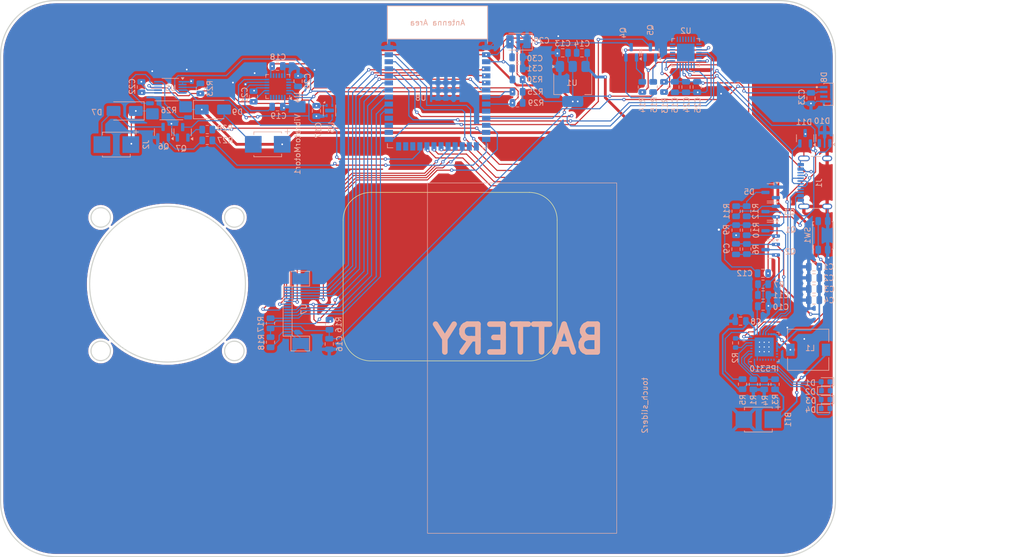
<source format=kicad_pcb>
(kicad_pcb (version 20241229) (generator "pcbnew") (generator_version "9.0")
  (layers (0 "F.Cu" signal) (4 "In1.Cu" signal "GL2.Cu") (6 "In2.Cu" signal "GL3.Cu") (2 "B.Cu" signal) (13 "F.Paste" user) (15 "B.Paste" user) (5 "F.SilkS" user "F.Silkscreen") (7 "B.SilkS" user "B.Silkscreen") (1 "F.Mask" user) (3 "B.Mask" user) (25 "Edge.Cuts" user))
  (net 0 "")
  (net 1 "/RGB")
  (net 2 "GND")
  (net 3 "/V3.3")
  (net 4 "/LCD_CS")
  (net 5 "/LCD_WR")
  (net 6 "Net-(C11-Pad1)")
  (net 7 "/IO6")
  (net 8 "/IO5")
  (net 9 "Net-(Q1-G)")
  (net 10 "/IO7")
  (net 11 "Net-(U4-REGOUT)")
  (net 12 "/IO10")
  (net 13 "/IO9")
  (net 14 "/Vibration_motor")
  (net 15 "/LCD_RS{slash}DC")
  (net 16 "/Fan")
  (net 17 "/EN")
  (net 18 "/SDA")
  (net 19 "Net-(U4-CPOUT)")
  (net 20 "/GPIO0")
  (net 22 "/S_touch_1")
  (net 23 "Net-(D5-K)")
  (net 24 "Net-(D7-K)")
  (net 25 "Net-(D7-A)")
  (net 26 "/S_touch_2")
  (net 27 "/TX0")
  (net 28 "/LCD_TE")
  (net 29 "/S_touch_5")
  (net 30 "/S_touch_3")
  (net 31 "/SCL")
  (net 32 "/LCD_RESET")
  (net 33 "/IO4")
  (net 34 "/RX0")
  (net 35 "/IO11")
  (net 36 "/S_touch_4")
  (net 37 "/IO8")
  (net 38 "/MPU_INT")
  (net 40 "/VOUT")
  (net 41 "/VBUSG")
  (net 42 "/VBUS_IP5310")
  (net 43 "/KEY")
  (net 44 "Net-(D3-A)")
  (net 45 "Net-(IP5310-VSET)")
  (net 46 "Net-(IP5310-RESET)")
  (net 47 "/BAT")
  (net 48 "Net-(IP5310-LX-Pad14)")
  (net 49 "Net-(D1-K)")
  (net 52 "Net-(IP5310-NTC)")
  (net 55 "Net-(D1-A)")
  (net 56 "/CC1")
  (net 61 "/CC2")
  (net 63 "/D-")
  (net 64 "/D+")
  (net 65 "/VBUS")
  (net 66 "Net-(D9-A)")
  (net 68 "Net-(U2-~{RST})")
  (net 78 "/DTR")
  (net 82 "/RTS")
  (net 88 "Net-(Q3-B)")
  (net 89 "Net-(Q4-B)")
  (net 90 "Net-(Q5-B)")
  (net 91 "Net-(Q6-G)")
  (net 92 "Net-(Q7-G)")
  (net 93 "Net-(U7-LEDA)")
  (net 94 "Net-(U5-~{Alert})")
  (net 95 "Net-(U5-Vin+)")
  (net 96 "Net-(U5-Vin-)")
  (footprint "Touch Slider:TouchSlider-5_50x10mm" (layer "F.Cu") (at 122.65 52.8)
    (property "Reference" "touch_slider2")
    (property "Value" "~")
  )
  (footprint "Capacitor_SMD:C_0805_2012Metric" (layer "B.Cu") (at 59.05 61.75 -90)
    (property "Reference" "C16")
    (property "Value" "0.1uF")
  )
  (footprint "Package_TO_SOT_SMD:SOT-23" (layer "B.Cu") (at 138.3625 41.4 180)
    (property "Reference" "Q1")
    (property "Value" "AO3401A")
  )
  (footprint "Resistor_SMD:R_0805_2012Metric" (layer "B.Cu") (at 133.3 68.98125 -90)
    (property "Reference" "R5")
    (property "Value" "10K/NC")
  )
  (footprint "Capacitor_SMD:C_0805_2012Metric" (layer "B.Cu") (at 136.95 49.05 180)
    (property "Reference" "C12")
    (property "Value" "1nF")
  )
  (footprint "Package_TO_SOT_SMD:SOT-23" (layer "B.Cu") (at 138.3625 44.8 180)
    (property "Reference" "Q2")
    (property "Value" "AO3401A")
  )
  (footprint "Button_Switch_SMD:SW_SPST_EVQP2_MiddlePushTravel_H2.5mm" (layer "B.Cu") (at 147.75 42.225 -90)
    (property "Reference" "SW1")
    (property "Value" "SW_Push")
  )
  (footprint "Resistor_SMD:R_0805_2012Metric" (layer "B.Cu") (at 132.15 41.2875 -90)
    (property "Reference" "R9")
    (property "Value" "10K")
  )
  (footprint "Capacitor_SMD:C_0805_2012Metric" (layer "B.Cu") (at 146.15 51.8625 180)
    (property "Reference" "C3")
    (property "Value" "22uF")
  )
  (footprint "Sensor_Humidity:Sensirion_DFN-4-1EP_2x2mm_P1mm_EP0.7x1.6mm" (layer "B.Cu") (at 59.1 19.775 -90)
    (property "Reference" "U3")
    (property "Value" "SHTC3")
  )
  (footprint "Vibrator Motor:vibrator connector" (layer "B.Cu") (at 20.8 25.9 90)
    (property "Reference" "J2")
    (property "Value" "XH")
  )
  (footprint "Resistor_SMD:R_0805_2012Metric" (layer "B.Cu") (at 117.25 15.5375 90)
    (property "Reference" "R15")
    (property "Value" "10K")
  )
  (footprint "Resistor_SMD:R_0805_2012Metric" (layer "B.Cu") (at 59.1 58.2875 90)
    (property "Reference" "R16")
    (property "Value" "10K")
  )
  (footprint "Package_TO_SOT_SMD:SOT-223-3_TabPin2" (layer "B.Cu") (at 102.8 15 -90)
    (property "Reference" "U1")
    (property "Value" "AMS1117-3.3")
  )
  (footprint "Capacitor_SMD:C_0805_2012Metric" (layer "B.Cu") (at 92.85 10.2 180)
    (property "Reference" "C30")
    (property "Value" "0.1uF")
  )
  (footprint "Capacitor_SMD:C_0805_2012Metric" (layer "B.Cu") (at 104.45 9.4 180)
    (property "Reference" "C14")
    (property "Value" "22uF")
  )
  (footprint "LED_SMD:LED_0603_1608Metric" (layer "B.Cu") (at 148.2125 73.35)
    (property "Reference" "D4")
    (property "Value" "LED")
  )
  (footprint "Package_TO_SOT_SMD:SOT-23" (layer "B.Cu") (at 113.3 9.3125 90)
    (property "Reference" "Q4")
    (property "Value" "SS8050")
  )
  (footprint "Capacitor_SMD:C_0805_2012Metric" (layer "B.Cu") (at 145.6 17.55 90)
    (property "Reference" "C23")
    (property "Value" "104")
  )
  (footprint "Resistor_SMD:R_0805_2012Metric" (layer "B.Cu") (at 115.3 15.5375 90)
    (property "Reference" "R14")
    (property "Value" "10K")
  )
  (footprint "Resistor_SMD:R_0805_2012Metric" (layer "B.Cu") (at 132.15 37.8875 -90)
    (property "Reference" "R11")
    (property "Value" "10K")
  )
  (footprint "Resistor_SMD:R_0805_2012Metric" (layer "B.Cu") (at 37.1375 23.2 180)
    (property "Reference" "R28")
    (property "Value" "220")
  )
  (footprint "Capacitor_SMD:C_0805_2012Metric" (layer "B.Cu") (at 137 54.95)
    (property "Reference" "C10")
    (property "Value" "10uF")
  )
  (footprint "Capacitor_Tantalum_SMD:CP_EIA-3528-21_Kemet-B" (layer "B.Cu") (at 93.06 7.4 180)
    (property "Reference" "C29")
    (property "Value" "22uF")
  )
  (footprint "Resistor_SMD:R_0805_2012Metric" (layer "B.Cu") (at 137.2 69.00625 90)
    (property "Reference" "R4")
    (property "Value" "OR/NC")
  )
  (footprint "LED_SMD:LED_0603_1608Metric" (layer "B.Cu") (at 148.2125 71.75 180)
    (property "Reference" "D3")
    (property "Value" "LED")
  )
  (footprint "Connector_USB:USB_C_Receptacle_GCT_USB4105-xx-A_16P_TopMnt_Horizontal" (layer "B.Cu") (at 147.43 32.7 -90)
    (property "Reference" "J1")
    (property "Value" "USB_C_Receptacle_USB2.0_16P")
  )
  (footprint "Capacitor_SMD:C_0805_2012Metric" (layer "B.Cu") (at 101 9.4 180)
    (property "Reference" "C13")
    (property "Value" "22uF")
  )
  (footprint "Capacitor_SMD:C_0805_2012Metric" (layer "B.Cu") (at 92.85 12.2 180)
    (property "Reference" "C31")
    (property "Value" "1uF")
  )
  (footprint "Package_TO_SOT_SMD:SOT-23" (layer "B.Cu") (at 32.7125 23.7 90)
    (property "Reference" "Q7")
    (property "Value" "AO3400A")
  )
  (footprint "Resistor_SMD:R_0603_1608Metric" (layer "B.Cu") (at 132.05 61.56875 -90)
    (property "Reference" "R2")
    (property "Value" "51K")
  )
  (footprint "LED_SMD:LED_0603_1608Metric" (layer "B.Cu") (at 148.2125 68.55 180)
    (property "Reference" "D1")
    (property "Value" "LED")
  )
  (footprint "Resistor_SMD:R_0805_2012Metric" (layer "B.Cu") (at 92.8875 14.2 180)
    (property "Reference" "R30")
    (property "Value" "10K")
  )
  (footprint "CP2102:QFN50P500X500X100-29N" (layer "B.Cu") (at 123.1 9.345 90)
    (property "Reference" "U2")
    (property "Value" "CP2102")
  )
  (footprint "Capacitor_SMD:C_0805_2012Metric" (layer "B.Cu") (at 49.75 19.1)
    (property "Reference" "C19")
    (property "Value" "0.1uF")
  )
  (footprint "Package_TO_SOT_SMD:SOT-23" (layer "B.Cu") (at 144.55 24.7625 90)
    (property "Reference" "D11")
    (property "Value" "SP0502BAHT")
  )
  (footprint "Package_TO_SOT_SMD:SOT-23" (layer "B.Cu") (at 138.3625 37.95 180)
    (property "Reference" "Q3")
    (property "Value" "BC857")
  )
  (footprint "Vibrator Motor:vibrator connector" (layer "B.Cu") (at 136.15 75.35 90)
    (property "Reference" "BT1")
    (property "Value" "Battery_Cell")
  )
  (footprint "Capacitor_SMD:C_0805_2012Metric" (layer "B.Cu") (at 123.15 15.55 90)
    (property "Reference" "C24")
    (property "Value" "1uF")
  )
  (footprint "Resistor_SMD:R_0805_2012Metric" (layer "B.Cu") (at 136.9875 51 180)
    (property "Reference" "R7")
    (property "Value" "2R")
  )
  (footprint "Package_TO_SOT_SMD:SOT-23" (layer "B.Cu") (at 148.05 24.7125 90)
    (property "Reference" "D10")
    (property "Value" "SP0502BAHT")
  )
  (footprint "Capacitor_SMD:C_0805_2012Metric" (layer "B.Cu") (at 132.125 44.7 90)
    (property "Reference" "C9")
    (property "Value" "1uF")
  )
  (footprint "Resistor_SMD:R_0805_2012Metric" (layer "B.Cu") (at 119.2 15.5375 -90)
    (property "Reference" "R13")
    (property "Value" "4.7K")
  )
  (footprint "Resistor_SMD:R_0805_2012Metric" (layer "B.Cu") (at 134.05 37.8875 90)
    (property "Reference" "R12")
    (property "Value" "1K")
  )
  (footprint "Capacitor_SMD:C_0805_2012Metric" (layer "B.Cu") (at 146.15 53.85625 180)
    (property "Reference" "C4")
    (property "Value" "22uF")
  )
  (footprint "Diode_SMD:D_SMA" (layer "B.Cu") (at 38.15 19.6)
    (property "Reference" "D9")
    (property "Value" "SS14")
  )
  (footprint "Resistor_SMD:R_0805_2012Metric" (layer "B.Cu") (at 48.5 61.4375 -90)
    (property "Reference" "R18")
    (property "Value" "6")
  )
  (footprint "Resistor_SMD:R_0805_2012Metric" (layer "B.Cu") (at 134.05 41.2875 90)
    (property "Reference" "R10")
    (property "Value" "100K")
  )
  (footprint "Sensor_Motion:InvenSense_QFN-24_4x4mm_P0.5mm" (layer "B.Cu") (at 49.8 15.45 90)
    (property "Reference" "U4")
    (property "Value" "MPU-6050")
  )
  (footprint "FCC 18 pin 0.5:FPC_18 0.5" (layer "B.Cu") (at 51.575 55.85 -90)
    (property "Reference" "U7")
    (property "Value" "FCC connector")
  )
  (footprint "LED_SMD:LED_0603_1608Metric" (layer "B.Cu") (at 148.2625 70.15)
    (property "Reference" "D2")
    (property "Value" "LED")
  )
  (footprint "Capacitor_SMD:C_0805_2012Metric" (layer "B.Cu") (at 25.3 15.55 -90)
    (property "Reference" "C22")
    (property "Value" "0.1uF")
  )
  (footprint "Inductor_SMD:L_7.3x7.3_H4.5" (layer "B.Cu") (at 145.1 62.8 180)
    (property "Reference" "L1")
    (property "Value" "1uH")
  )
  (footprint "Capacitor_SMD:C_0805_2012Metric" (layer "B.Cu") (at 49.75 11.8)
    (property "Reference" "C18")
    (property "Value" "0.1uF")
  )
  (footprint "Resistor_SMD:R_0805_2012Metric" (layer "B.Cu") (at 48.5 58.0375 90)
    (property "Reference" "R17")
    (property "Value" "10K")
  )
  (footprint "Diode_SMD:D_SMA" (layer "B.Cu") (at 22.3 19.85 180)
    (property "Reference" "D7")
    (property "Value" "SS14")
  )
  (footprint "Capacitor_SMD:C_0805_2012Metric" (layer "B.Cu") (at 121.15 15.55 90)
    (property "Reference" "C15")
    (property "Value" "0.1uF")
  )
  (footprint "WS2812B-4020:LED_WS2812B-4020" (layer "B.Cu") (at 148.75 16.85 90)
    (property "Reference" "D8")
    (property "Value" "WS2812B-4020")
  )
  (footprint "Package_TO_SOT_SMD:SOT-23" (layer "B.Cu") (at 29.2 23.6625 90)
    (property "Reference" "Q6")
    (property "Value" "AO3400A")
  )
  (footprint "Resistor_SMD:R_0805_2012Metric" (layer "B.Cu") (at 134.075 44.6875 90)
    (property "Reference" "R6")
    (property "Value" "10K")
  )
  (footprint "Package_SO:VSSOP-10_3x3mm_P0.5mm" (layer "B.Cu") (at 30.5 15.6 180)
    (property "Reference" "U5")
    (property "Value" "INA226")
  )
  (footprint "Resistor_SMD:R_0805_2012Metric" (layer "B.Cu") (at 35.9 15.8 -90)
    (property "Reference" "R23")
    (property "Value" "10K")
  )
  (footprint "IP5310:IP5310" (layer "B.Cu") (at 137.2 62.29375)
    (property "Reference" "IP5310")
    (property "Value" "~")
  )
  (footprint "PCM_Espressif:ESP32-S3-WROOM-1" (layer "B.Cu") (at 78.5 16.72 180)
    (property "Reference" "U8")
    (property "Value" "ESP32-S3-WROOM-1")
  )
  (footprint "Package_TO_SOT_SMD:SOT-23" (layer "B.Cu") (at 138.3625 34.5 180)
    (property "Reference" "D5")
    (property "Value" "BZX84Cxx")
  )
  (footprint "Capacitor_SMD:C_0805_2012Metric" (layer "B.Cu") (at 146.15 47.875 180)
    (property "Reference" "C1")
    (property "Value" "22uF")
  )
  (footprint "Vibrator Motor:vibrator connector" (layer "B.Cu") (at 48 25.85 90)
    (property "Reference" "VibratorMotor1")
    (property "Value" "~")
  )
  (footprint "Resistor_SMD:R_0805_2012Metric" (layer "B.Cu") (at 135.25 69.00625 90)
    (property "Reference" "R1")
    (property "Value" "RSET resistance")
  )
  (footprint "Capacitor_SMD:C_0805_2012Metric" (layer "B.Cu") (at 45.45 17.25 -90)
    (property "Reference" "C21")
    (property "Value" "10nF")
  )
  (footprint "Capacitor_SMD:C_0805_2012Metric" (layer "B.Cu") (at 53.45 14.5 90)
    (property "Reference" "C20")
    (property "Value" "2.2nF")
  )
  (footprint "Resistor_SMD:R_0805_2012Metric" (layer "B.Cu") (at 139.15 69.00625 90)
    (property "Reference" "R3")
    (property "Value" "OR/NC")
  )
  (footprint "Capacitor_SMD:C_0805_2012Metric" (layer "B.Cu") (at 146.15 49.86875 180)
    (property "Reference" "C2")
    (property "Value" "22uF")
  )
  (footprint "Capacitor_SMD:C_0805_2012Metric" (layer "B.Cu") (at 137 52.95)
    (property "Reference" "C11")
    (property "Value" "10uF")
  )
  (footprint "Capacitor_SMD:C_0805_2012Metric" (layer "B.Cu") (at 56.75 19.85 -90)
    (property "Reference" "C17")
    (property "Value" "100nF")
  )
  (footprint "Resistor_SMD:R_0805_2012Metric" (layer "B.Cu") (at 92.8875 16.4 180)
    (property "Reference" "R25")
    (property "Value" "4.7K")
  )
  (footprint "Resistor_SMD:R_0805_2012Metric" (layer "B.Cu") (at 92.8875 18.4)
    (property "Reference" "R29")
    (property "Value" "4.7K")
  )
  (footprint "Resistor_SMD:R_0805_2012Metric" (layer "B.Cu") (at 37.1375 25.15 180)
    (property "Reference" "R27")
    (property "Value" "220")
  )
  (footprint "Capacitor_SMD:C_0805_2012Metric" (layer "B.Cu") (at 132.95 57.64375 180)
    (property "Reference" "C8")
    (property "Value" "22uF")
  )
  (footprint "Resistor_SMD:R_Shunt_Vishay_WSK2512_6332Metric_T1.19mm" (layer "B.Cu") (at 30.265 19.735 180)
    (property "Reference" "R26")
    (property "Value" "R_Shunt")
  )
  (footprint "Capacitor_SMD:C_0805_2012Metric" (layer "B.Cu") (at 125.15 15.55 90)
    (property "Reference" "C25")
    (property "Value" "0.1uF")
  )
  (footprint "Package_TO_SOT_SMD:SOT-23" (layer "B.Cu") (at 116.75 9.3125 90)
    (property "Reference" "Q5")
    (property "Value" "SS8050")
  )
  (gr_line (start 61.55 59.8) (end 61.55 39.5) (stroke (width 0.1)) (layer "F.SilkS"))
  (gr_arc (start 66.55 64.8) (mid 63.014466 63.335534) (end 61.55 59.8) (stroke (width 0.1)) (layer "F.SilkS"))
  (gr_line (start 95 64.8) (end 66.55 64.8) (stroke (width 0.1)) (layer "F.SilkS"))
  (gr_arc (start 100 59.8) (mid 98.535534 63.335534) (end 95 64.8) (stroke (width 0.1)) (layer "F.SilkS"))
  (gr_arc (start 95 34.5) (mid 98.535534 35.964466) (end 100 39.5) (stroke (width 0.1)) (layer "F.SilkS"))
  (gr_arc (start 61.55 39.5) (mid 63.014466 35.964466) (end 66.55 34.5) (stroke (width 0.1)) (layer "F.SilkS"))
  (gr_line (start 100 39.5) (end 100 59.8) (stroke (width 0.1)) (layer "F.SilkS"))
  (gr_line (start 66.55 34.5) (end 95 34.5) (stroke (width 0.1)) (layer "F.SilkS"))
  (gr_rect (start 76.7 32.8) (end 110.7 95.8) (stroke (width 0.1)) (fill no) (layer "B.SilkS"))
  (gr_arc (start 10 100) (mid 2.928932 97.071068) (end 0 90) (stroke (width 0.2)) (layer "Edge.Cuts"))
  (gr_line (start 10 100) (end 140 100) (stroke (width 0.2)) (layer "Edge.Cuts"))
  (gr_arc (start 0 10) (mid 2.928932 2.928932) (end 10 0) (stroke (width 0.2)) (layer "Edge.Cuts"))
  (gr_line (start 150 10) (end 150 90) (stroke (width 0.2)) (layer "Edge.Cuts"))
  (gr_arc (start 150 90) (mid 147.071068 97.071068) (end 140 100) (stroke (width 0.2)) (layer "Edge.Cuts"))
  (gr_circle (center 18 63) (end 19.75 63) (stroke (width 0.2)) (fill no) (layer "Edge.Cuts"))
  (gr_line (start 10 0) (end 140 0) (stroke (width 0.2)) (layer "Edge.Cuts"))
  (gr_line (start 0 10) (end 0 90) (stroke (width 0.2)) (layer "Edge.Cuts"))
  (gr_arc (start 140 0) (mid 147.071068 2.928932) (end 150 10) (stroke (width 0.2)) (layer "Edge.Cuts"))
  (gr_circle (center 30 51) (end 44 51) (stroke (width 0.2)) (fill no) (layer "Edge.Cuts"))
  (gr_circle (center 18 39) (end 19.75 39) (stroke (width 0.2)) (fill no) (layer "Edge.Cuts"))
  (gr_circle (center 42 39) (end 43.75 39) (stroke (width 0.2)) (fill no) (layer "Edge.Cuts"))
  (gr_circle (center 42 63) (end 43.75 63) (stroke (width 0.2)) (fill no) (layer "Edge.Cuts"))
  (gr_text "BATTERY" (at 109.05 63.85 0) (layer "B.SilkS") (effects (font (size 5 5) (thickness 1) (bold yes)) (justify left bottom mirror)))
  (segment (start 112 17.8) (end 130.1 17.8) (width 0.2) (layer "F.Cu") (net 1))
  (segment (start 130.1 17.8) (end 132.5 15.4) (width 0.2) (layer "F.Cu") (net 1))
  (via (at 132.5 15.4) (size 0.6) (drill 0.3) (layers "F.Cu" "B.Cu") (net 1))
  (via (at 112 17.8) (size 0.6) (drill 0.3) (layers "F.Cu" "B.Cu") (net 1))
  (segment (start 100.9 19.45) (end 107.65 19.45) (width 0.2) (layer "B.Cu") (net 1))
  (segment (start 107.65 19.45) (end 109.3 17.8) (width 0.2) (layer "B.Cu") (net 1))
  (segment (start 132.675 15.575) (end 147.9 15.575) (width 0.2) (layer "B.Cu") (net 1))
  (segment (start 99.19 21.16) (end 100.9 19.45) (width 0.2) (layer "B.Cu") (net 1))
  (segment (start 109.3 17.8) (end 112 17.8) (width 0.2) (layer "B.Cu") (net 1))
  (segment (start 132.5 15.4) (end 132.675 15.575) (width 0.2) (layer "B.Cu") (net 1))
  (segment (start 87.25 21.16) (end 99.19 21.16) (width 0.2) (layer "B.Cu") (net 1))
  (segment (start 148.05 26) (end 148.505 26.455) (width 0.2) (layer "F.Cu") (net 2))
  (segment (start 143.4 60.85) (end 141.35 58.8) (width 0.3) (layer "F.Cu") (net 2))
  (segment (start 125.5 16.75) (end 129.45 16.75) (width 0.3) (layer "F.Cu") (net 2))
  (segment (start 56.4 12.45) (end 56.45 12.4) (width 0.2) (layer "F.Cu") (net 2))
  (segment (start 130.05 42.2) (end 132.15 42.2) (width 0.2) (layer "F.Cu") (net 2))
  (segment (start 100.2 9.35) (end 100.2 6.4) (width 0.2) (layer "F.Cu") (net 2))
  (segment (start 50.9 19.3) (end 52.4 20.8) (width 0.2) (layer "F.Cu") (net 2))
  (segment (start 129.05 41.2) (end 130.05 42.2) (width 0.2) (layer "F.Cu") (net 2))
  (segment (start 33.45 12.409822) (end 34.25 13.209822) (width 0.2) (layer "F.Cu") (net 2))
  (segment (start 45.65 16.1) (end 45.65 13.05) (width 0.2) (layer "F.Cu") (net 2))
  (segment (start 144.325 26.875) (end 145.2 26) (width 0.2) (layer "F.Cu") (net 2))
  (segment (start 100.05 9.5) (end 100.2 9.35) (width 0.2) (layer "F.Cu") (net 2))
  (segment (start 25.3 14.6) (end 27.2 12.7) (width 0.2) (layer "F.Cu") (net 2))
  (segment (start 43.7 14.75) (end 41.75 14.75) (width 0.2) (layer "F.Cu") (net 2))
  (segment (start 125.25 16.5) (end 125.5 16.75) (width 0.3) (layer "F.Cu") (net 2))
  (segment (start 44 15.05) (end 43.7 14.75) (width 0.2) (layer "F.Cu") (net 2))
  (segment (start 27.2 12.7) (end 27.25 12.7) (width 0.2) (layer "F.Cu") (net 2))
  (segment (start 53.45 13.55) (end 55.3 13.55) (width 0.2) (layer "F.Cu") (net 2))
  (segment (start 144.325 28.38) (end 144.325 26.875) (width 0.2) (layer "F.Cu") (net 2))
  (segment (start 144.4 60.85) (end 143.4 60.85) (width 0.3) (layer "F.Cu") (net 2))
  (segment (start 52.4 20.8) (end 56.75 20.8) (width 0.2) (layer "F.Cu") (net 2))
  (segment (start 148.505 26.455) (end 148.505 28.38) (width 0.2) (layer "F.Cu") (net 2))
  (segment (start 56.4 12.45) (end 56.375 12.475) (width 0.2) (layer "F.Cu") (net 2))
  (segment (start 45.55 16.2) (end 45.65 16.1) (width 0.2) (layer "F.Cu") (net 2))
  (segment (start 55.3 13.55) (end 56.4 12.45) (width 0.2) (layer "F.Cu") (net 2))
  (segment (start 145.2 26) (end 148.05 26) (width 0.2) (layer "F.Cu") (net 2))
  (segment (start 34.25 13.209822) (end 34.25 14.5) (width 0.2) (layer "F.Cu") (net 2))
  (via (at 30.7 22.15) (size 0.6) (drill 0.3) (layers "F.Cu" "B.Cu") (net 2))
  (via (at 50.9 19.3) (size 0.6) (drill 0.3) (layers "F.Cu" "B.Cu") (net 2))
  (via (at 132.15 42.2) (size 0.6) (drill 0.3) (layers "F.Cu" "B.Cu") (net 2))
  (via (at 144.6 24) (size 0.6) (drill 0.3) (layers "F.Cu" "B.Cu") (net 2))
  (via (at 144.4 60.85) (size 0.6) (drill 0.3) (layers "F.Cu" "B.Cu") (net 2))
  (via (at 129.05 41.2) (size 0.8) (drill 0.4) (layers "F.Cu" "B.Cu") (net 2))
  (via (at 45.65 13.05) (size 0.6) (drill 0.3) (layers "F.Cu" "B.Cu") (net 2))
  (via (at 125.25 16.5) (size 0.6) (drill 0.3) (layers "F.Cu" "B.Cu") (net 2))
  (via (at 100.05 9.5) (size 0.6) (drill 0.3) (layers "F.Cu" "B.Cu") (net 2))
  (via (at 33.45 12.409822) (size 0.6) (drill 0.3) (layers "F.Cu" "B.Cu") (net 2))
  (via (at 137.95 54.9) (size 0.6) (drill 0.3) (layers "F.Cu" "B.Cu") (net 2))
  (via (at 100.2 6.4) (size 0.6) (drill 0.3) (layers "F.Cu" "B.Cu") (net 2))
  (via (at 44 15.05) (size 0.6) (drill 0.3) (layers "F.Cu" "B.Cu") (net 2))
  (via (at 27.25 12.7) (size 0.6) (drill 0.3) (layers "F.Cu" "B.Cu") (net 2))
  (via (at 148.75 46.25) (size 0.6) (drill 0.3) (layers "F.Cu" "B.Cu") (net 2))
  (via (at 41.75 14.75) (size 0.6) (drill 0.3) (layers "F.Cu" "B.Cu") (net 2))
  (via (at 53.45 13.55) (size 0.6) (drill 0.3) (layers "F.Cu" "B.Cu") (net 2))
  (via (at 34.25 14.5) (size 0.6) (drill 0.3) (layers "F.Cu" "B.Cu") (net 2))
  (via (at 56.75 20.8) (size 0.6) (drill 0.3) (layers "F.Cu" "B.Cu") (net 2))
  (via (at 141.35 58.8) (size 0.6) (drill 0.3) (layers "F.Cu" "B.Cu") (net 2))
  (via (at 45.55 16.2) (size 0.6) (drill 0.3) (layers "F.Cu" "B.Cu") (net 2))
  (via (at 129.45 16.75) (size 0.6) (drill 0.3) (layers "F.Cu" "B.Cu") (net 2))
  (via (at 25.3 14.6) (size 0.6) (drill 0.3) (layers "F.Cu" "B.Cu") (net 2))
  (via (at 145.6 18.5) (size 0.6) (drill 0.3) (layers "F.Cu" "B.Cu") (net 2))
  (via (at 56.4 12.45) (size 0.6) (drill 0.3) (layers "F.Cu" "B.Cu") (net 2))
  (segment (start 56.75 20.8) (end 58.5 20.8) (width 0.2) (layer "B.Cu") (net 2))
  (segment (start 51.05 12.15) (end 50.7 11.8) (width 0.2) (layer "B.Cu") (net 2))
  (segment (start 26.4 16.1) (end 28.3 16.1) (width 0.2) (layer "B.Cu") (net 2))
  (segment (start 50.7 19.1) (end 51.05 18.75) (width 0.2) (layer "B.Cu") (net 2))
  (segment (start 90.6 5.6) (end 92.8 5.6) (width 0.2) (layer "B.Cu") (net 2))
  (segment (start 123.1 9.15) (end 123.9 8.35) (width 0.2) (layer "B.Cu") (net 2))
  (segment (start 25.3 15) (end 25.999 15.699) (width 0.2) (layer "B.Cu") (net 2))
  (segment (start 45.55 16.2) (end 46.05 15.7) (width 0.2) (layer "B.Cu") (net 2))
  (segment (start 100.05 9.5) (end 100.05 11.4) (width 0.2) (layer "B.Cu") (net 2))
  (segment (start 26.01016 15.699) (end 26.326 16.01484) (width 0.2) (layer "B.Cu") (net 2))
  (segment (start 51.05 13.5) (end 51.05 12.15) (width 0.2) (layer "B.Cu") (net 2))
  (segment (start 32.7 14.6) (end 34.15 14.6) (width 0.2) (layer "B.Cu") (net 2))
  (segment (start 58.5 20.8) (end 58.6 20.7) (width 0.2) (layer "B.Cu") (net 2))
  (segment (start 136.35 63.14375) (end 137.2 63.14375) (width 0.2) (layer "B.Cu") (net 2))
  (segment (start 137.2 62.29375) (end 137.2 61.44375) (width 0.2) (layer "B.Cu") (net 2))
  (segment (start 32.7 14.6) (end 32.7 15.1) (width 0.2) (layer "B.Cu") (net 2))
  (segment (start 134.9 61.04375) (end 135.95 61.04375) (width 0.2) (layer "B.Cu") (net 2))
  (segment (start 51.05 18.75) (end 51.05 17.4) (width 0.2) (layer "B.Cu") (net 2))
  (segment (start 146.625 18.125) (end 147.9 18.125) (width 0.2) (layer "B.Cu") (net 2))
  (segment (start 52.3 59.1) (end 53.9 60.7) (width 0.2) (layer "B.Cu") (net 2))
  (segment (start 144.325 37.02) (end 144.325 36.475) (width 0.2) (layer "B.Cu") (net 2))
  (segment (start 143.7 29.45) (end 143.7 28.905) (width 0.2) (layer "B.Cu") (net 2))
  (segment (start 34.15 14.6) (end 34.25 14.5) (width 0.2) (layer "B.Cu") (net 2))
  (segment (start 137.2 63.14375) (end 138.05 63.14375) (width 0.2) (layer "B.Cu") (net 2))
  (segment (start 125.549 12.749) (end 123.830031 12.749) (width 0.2) (layer "B.Cu") (net 2))
  (segment (start 126.65 16.5) (end 126.95 16.2) (width 0.2) (layer "B.Cu") (net 2))
  (segment (start 100.05 8.35) (end 100.05 9.4) (width 0.2) (layer "B.Cu") (net 2))
  (segment (start 143.7 28.905) (end 144.28 28.325) (width 0.2) (layer "B.Cu") (net 2))
  (segment (start 121.15 16.5) (end 125.15 16.5) (width 0.2) (layer "B.Cu") (net 2))
  (segment (start 49.52366 57.6) (end 49.07366 58.05) (width 0.2) (layer "B.Cu") (net 2))
  (segment (start 126.95 14.15) (end 125.549 12.749) (width 0.2) (layer "B.Cu") (net 2))
  (segment (start 87.25 8.46) (end 87.74 8.46) (width 0.2) (layer "B.Cu") (net 2))
  (segment (start 145.0625 52) (end 145.2 51.8625) (width 0.2) (layer "B.Cu") (net 2))
  (segment (start 100.05 9.4) (end 100.05 9.5) (width 0.2) (layer "B.Cu") (net 2))
  (segment (start 103.5 9.4) (end 103.5 8.2) (width 0.2) (layer "B.Cu") (net 2))
  (segment (start 137.2 61.44375) (end 138.05 61.44375) (width 0.2) (layer "B.Cu") (net 2))
  (segment (start 93.8 10.2) (end 93.8 8.2) (width 0.2) (layer "B.Cu") (net 2))
  (segment (start 148.6 39.65) (end 148.6 37.115) (width 0.2) (layer "B.Cu") (net 2))
  (segment (start 123.6 11.715) (end 123.6 12.236126) (width 0.25) (layer "B.Cu") (net 2))
  (segment (start 138.05 63.14375) (end 138.05 62.29375) (width 0.2) (layer "B.Cu") (net 2))
  (segment (start 25.999 15.699) (end 26.01016 15.699) (width 0.2) (layer "B.Cu") (net 2))
  (segment (start 135.95 63.54375) (end 137.2 62.29375) (width 0.2) (layer "B.Cu") (net 2))
  (segment (start 132.65 60.74375) (end 132.95 61.04375) (width 0.2) (layer "B.Cu") (net 2))
  (segment (start 123.6 11.715) (end 123.6 9.845) (width 0.2) (layer "B.Cu") (net 2))
  (segment (start 93.8 12.2) (end 93.8 10.2) (width 0.2) (layer "B.Cu") (net 2))
  (segment (start 125.15 16.5) (end 125.25 16.5) (width 0.2) (layer "B.Cu") (net 2))
  (segment (start 52.35 60.1) (end 53.9 61.65) (width 0.2) (layer "B.Cu") (net 2))
  (segment (start 123.6 12.518969) (end 123.6 12.236126) (width 0.2) (layer "B.Cu") (net 2))
  (segment (start 138.05 62.29375) (end 137.2 62.29375) (width 0.2) (layer "B.Cu") (net 2))
  (segment (start 92.8 5.6) (end 94.6 7.4) (width 0.2) (layer "B.Cu") (net 2))
  (segment (start 123.830031 12.749) (end 123.6 12.518969) (width 0.2) (layer "B.Cu") (net 2))
  (segment (start 136.35 62.29375) (end 136.35 63.14375) (width 0.2) (layer "B.Cu") (net 2))
  (segment (start 135.95 61.04375) (end 136.35 61.44375) (width 0.2) (layer "B.Cu") (net 2))
  (segment (start 53.45 13.55) (end 53.6 13.7) (width 0.2) (layer "B.Cu") (net 2))
  (segment (start 145.2 47.875) (end 145.2 53.85625) (width 0.2) (layer "B.Cu") (net 2))
  (segment (start 103.5 8.2) (end 103.3 8) (width 0.2) (layer "B.Cu") (net 2))
  (segment (start 51.575 57.6) (end 49.52366 57.6) (width 0.2) (layer "B.Cu") (net 2))
  (segment (start 123.6 9.845) (end 123.1 9.345) (width 0.2) (layer "B.Cu") (net 2))
  (segment (start 137.95 54.9) (end 137.95 54.95) (width 0.2) (layer "B.Cu") (net 2))
  (segment (start 144.55 23.825) (end 144.55 23.95) (width 0.3) (layer "B.Cu") (net 2))
  (segment (start 136.35 61.44375) (end 136.35 62.29375) (width 0.2) (layer "B.Cu") (net 2))
  (segment (start 87.74 8.46) (end 90.6 5.6) (width 0.2) (layer "B.Cu") (net 2))
  (segment (start 44.35 14.7) (end 44 15.05) (width 0.2) (layer "B.Cu") (net 2))
  (segment (start 132.95 61.04375) (end 134.9 61.04375) (width 0.2) (layer "B.Cu") (net 2))
  (segment (start 135.95 64.59375) (end 135.95 63.54375) (width 0.2) (layer "B.Cu") (net 2))
  (segment (start 26.326 16.026) (end 26.4 16.1) (width 0.2) (layer "B.Cu") (net 2))
  (segment (start 144.55 23.95) (end 144.6 24) (width 0.3) (layer "B.Cu") (net 2))
  (segment (start 49.07366 58.05) (end 46.85 58.05) (width 0.2) (layer "B.Cu") (net 2))
  (segment (start 144.325 36.475) (end 143.75 35.9) (width 0.2) (layer "B.Cu") (net 2))
  (segment (start 51.575 60.1) (end 52.35 60.1) (width 0.2) (layer "B.Cu") (net 2))
  (segment (start 125.25 16.5) (end 126.65 16.5) (width 0.2) (layer "B.Cu") (net 2))
  (segment (start 31.7625 24.6375) (end 30.75 23.625) (width 0.2) (layer "B.Cu") (net 2))
  (segment (start 26.326 16.01484) (end 26.326 16.026) (width 0.2) (layer "B.Cu") (net 2))
  (segment (start 50.7 19.1) (end 50.9 19.3) (width 0.2) (layer "B.Cu") (net 2))
  (segment (start 51.575 59.1) (end 52.3 59.1) (width 0.2) (layer "B.Cu") (net 2))
  (segment (start 100.4 8) (end 100.05 8.35) (width 0.2) (layer "B.Cu") (net 2))
  (segment (start 25.3 14.6) (end 25.3 15) (width 0.2) (layer "B.Cu") (net 2))
  (segment (start 93.8 8.2) (end 94.6 7.4) (width 0.2) (layer "B.Cu") (net 2))
  (segment (start 148.6 37.115) (end 148.505 37.02) (width 0.2) (layer "B.Cu") (net 2))
  (segment (start 137.95 52.95) (end 137.95 54.9) (width 0.2) (layer "B.Cu") (net 2))
  (segment (start 145.6 18.5) (end 146.25 18.5) (width 0.2) (layer "B.Cu") (net 2))
  (segment (start 47.85 14.7) (end 44.35 14.7) (width 0.2) (layer "B.Cu") (net 2))
  (segment (start 30.75 22.2) (end 30.7 22.15) (width 0.2) (layer "B.Cu") (net 2))
  (segment (start 148.6 44.8) (end 148.6 39.65) (width 0.2) (layer "B.Cu") (net 2))
  (segment (start 46.05 15.7) (end 47.85 15.7) (width 0.2) (layer "B.Cu") (net 2))
  (segment (start 103.3 8) (end 100.4 8) (width 0.2) (layer "B.Cu") (net 2))
  (segment (start 146.25 18.5) (end 146.625 18.125) (width 0.2) (layer "B.Cu") (net 2))
  (segment (start 132.05 60.74375) (end 132.65 60.74375) (width 0.2) (layer "B.Cu") (net 2))
  (segment (start 126.95 16.2) (end 126.95 14.15) (width 0.2) (layer "B.Cu") (net 2))
  (segment (start 45.45 16.3) (end 45.55 16.2) (width 0.2) (layer "B.Cu") (net 2))
  (segment (start 30.75 23.625) (end 30.75 22.2) (width 0.2) (layer "B.Cu") (net 2))
  (segment (start 100.05 11.4) (end 100.5 11.85) (width 0.2) (layer "B.Cu") (net 2))
  (segment (start 53.9 60.7) (end 53.9 61.65) (width 0.2) (layer "B.Cu") (net 2))
  (segment (start 135.25 69.91875) (end 137.2 69.91875) (width 0.2) (layer "B.Cu") (net 2))
  (segment (start 45.45 18.2) (end 45.75 18.5) (width 0.2) (layer "F.Cu") (net 3))
  (segment (start 42.8 18.2) (end 40.85 16.25) (width 0.2) (layer "F.Cu") (net 3))
  (segment (start 132.748943 14.799) (end 133.55 15.600057) (width 0.2) (layer "F.Cu") (net 3))
  (segment (start 101.3 20.1) (end 101.3 19.65) (width 0.2) (layer "F.Cu") (net 3))
  (segment (start 126.2 14.85) (end 126.251 14.799) (width 0.2) (layer "F.Cu") (net 3))
  (segment (start 126.251 14.799) (end 132.748943 14.799) (width 0.2) (layer "F.Cu") (net 3))
  (segment (start 25.4 16.6) (end 31.4 16.6) (width 0.2) (layer "F.Cu") (net 3))
  (segment (start 40.85 16.25) (end 36.3625 16.25) (width 0.2) (layer "F.Cu") (net 3))
  (segment (start 31.9 17.1) (end 33.85 17.1) (width 0.2) (layer "F.Cu") (net 3))
  (segment (start 102.81 18.14) (end 102.8 18.15) (width 0.2) (layer "F.Cu") (net 3))
  (segment (start 92.8 13.2) (end 93.8 14.2) (width 0.2) (layer "F.Cu") (net 3))
  (segment (start 119.2 14.625) (end 119.2 14.9) (width 0.2) (layer "F.Cu") (net 3))
  (segment (start 103.69 18.14) (end 102.81 18.14) (width 0.4) (layer "F.Cu") (net 3))
  (segment (start 54.2 17.9) (end 55.75 17.9) (width 0.2) (layer "F.Cu") (net 3))
  (segment (start 99.9 15.25) (end 102.8 18.15) (width 0.4) (layer "F.Cu") (net 3))
  (segment (start 53.6 18.5) (end 54.2 17.9) (width 0.2) (layer "F.Cu") (net 3))
  (segment (start 31.4 16.6) (end 31.9 17.1) (width 0.2) (layer "F.Cu") (net 3))
  (segment (start 116.8 17.3) (end 116.699 17.199) (width 0.2) (layer "F.Cu") (net 3))
  (segment (start 91.52 7.4) (end 92.8 8.68) (width 0.2) (layer "F.Cu") (net 3))
  (segment (start 33.85 17.1) (end 34.2375 16.7125) (width 0.2) (layer "F.Cu") (net 3))
  (segment (start 34.2375 16.7125) (end 35.9 16.7125) (width 0.2) (layer "F.Cu") (net 3))
  (segment (start 36.3625 16.25) (end 35.9 16.7125) (width 0.2) (layer "F.Cu") (net 3))
  (segment (start 45.75 18.5) (end 53.6 18.5) (width 0.2) (layer "F.Cu") (net 3))
  (segment (start 92.77 15.25) (end 99.9 15.25) (width 0.4) (layer "F.Cu") (net 3))
  (segment (start 133.55 15.600057) (end 133.55 16.25) (width 0.2) (layer "F.Cu") (net 3))
  (segment (start 101.3 19.65) (end 102.8 18.15) (width 0.2) (layer "F.Cu") (net 3))
  (segment (start 61.07 9.73) (end 87.25 9.73) (width 0.2) (layer "F.Cu") (net 3))
  (segment (start 92.8 8.68) (end 92.8 13.2) (width 0.2) (layer "F.Cu") (net 3))
  (segment (start 55.75 17.9) (end 56.75 18.9) (width 0.2) (layer "F.Cu") (net 3))
  (segment (start 59.425 11.375) (end 49.225 11.375) (width 0.2) (layer "F.Cu") (net 3))
  (segment (start 59.425 11.375) (end 61.07 9.73) (width 0.2) (layer "F.Cu") (net 3))
  (segment (start 54.2 17.9) (end 54.2 16.6) (width 0.2) (layer "F.Cu") (net 3))
  (segment (start 119.2 14.9) (end 116.8 17.3) (width 0.2) (layer "F.Cu") (net 3))
  (segment (start 49.225 11.375) (end 48.8 11.8) (width 0.2) (layer "F.Cu") (net 3))
  (segment (start 87.25 9.73) (end 92.77 15.25) (width 0.4) (layer "F.Cu") (net 3))
  (segment (start 54.2 16.6) (end 59.425 11.375) (width 0.2) (layer "F.Cu") (net 3))
  (segment (start 116.699 17.199) (end 109.451 17.199) (width 0.2) (layer "F.Cu") (net 3))
  (segment (start 45.45 18.2) (end 42.8 18.2) (width 0.2) (layer "F.Cu") (net 3))
  (via (at 109.451 17.199) (size 0.6) (drill 0.3) (layers "F.Cu" "B.Cu") (net 3))
  (via (at 126.2 14.85) (size 0.6) (drill 0.3) (layers "F.Cu" "B.Cu") (net 3))
  (via (at 45.45 18.2) (size 0.6) (drill 0.3) (layers "F.Cu" "B.Cu") (net 3))
  (via (at 103.69 18.14) (size 0.6) (drill 0.3) (layers "F.Cu" "B.Cu") (net 3))
  (via (at 101.3 20.1) (size 0.6) (drill 0.3) (layers "F.Cu" "B.Cu") (net 3))
  (via (at 48.8 11.8) (size 0.6) (drill 0.3) (layers "F.Cu" "B.Cu") (net 3))
  (via (at 35.9 16.7125) (size 0.6) (drill 0.3) (layers "F.Cu" "B.Cu") (net 3))
  (via (at 87.25 9.73) (size 0.6) (drill 0.3) (layers "F.Cu" "B.Cu") (net 3))
  (via (at 93.8 14.2) (size 0.6) (drill 0.3) (layers "F.Cu" "B.Cu") (net 3))
  (via (at 25.4 16.6) (size 0.6) (drill 0.3) (layers "F.Cu" "B.Cu") (net 3))
  (via (at 56.75 18.9) (size 0.6) (drill 0.3) (layers "F.Cu" "B.Cu") (net 3))
  (via (at 133.55 16.25) (size 0.6) (drill 0.3) (layers "F.Cu" "B.Cu") (net 3))
  (via (at 102.8 18.15) (size 0.6) (drill 0.3) (layers "F.Cu" "B.Cu") (net 3))
  (via (at 119.2 14.625) (size 0.6) (drill 0.3) (layers "F.Cu" "B.Cu") (net 3))
  (via (at 91.52 7.4) (size 0.6) (drill 0.3) (layers "F.Cu" "B.Cu") (net 3))
  (segment (start 122.1 11.715) (end 122.1 13.65) (width 0.2) (layer "B.Cu") (net 3))
  (segment (start 97.75 18.15) (end 93.8 14.2) (width 0.2) (layer "B.Cu") (net 3))
  (segment (start 89.19 9.73) (end 91.52 7.4) (width 0.2) (layer "B.Cu") (net 3))
  (segment (start 45.45 18.141176) (end 47.391176 16.2) (width 0.2) (layer "B.Cu") (net 3))
  (segment (start 59.05 60.8) (end 59.05 59.25) (width 0.2) (layer "B.Cu") (net 3))
  (segment (start 125.95 14.6) (end 126.2 14.85) (width 0.2) (layer "B.Cu") (net 3))
  (segment (start 125.15 14.6) (end 125.95 14.6) (width 0.2) (layer "B.Cu") (net 3))
  (segment (start 121.6 12.225) (end 119.2 14.625) (width 0.2) (layer "B.Cu") (net 3))
  (segment (start 48.5 60.525) (end 48.5 58.95) (width 0.2) (layer "B.Cu") (net 3))
  (segment (start 87.25 9.73) (end 89.19 9.73) (width 0.2) (layer "B.Cu") (net 3))
  (segment (start 53.9 58.6) (end 54.65 59.35) (width 0.2) (layer "B.Cu") (net 3))
  (segment (start 45.45 18.2) (end 45.45 18.141176) (width 0.2) (layer "B.Cu") (net 3))
  (segment (start 101.15 20.4) (end 101.3 20.25) (width 0.2) (layer "B.Cu") (net 3))
  (segment (start 102.8 18.22) (end 102.83 18.25) (width 0.2) (layer "B.Cu") (net 3))
  (segment (start 60.75 60.8) (end 101.15 20.4) (width 0.2) (layer "B.Cu") (net 3))
  (segment (start 102.8 18.22) (end 102.8 18.15) (width 0.2) (layer "B.Cu") (net 3))
  (segment (start 109.451 17.199) (end 104.631 17.199) (width 0.2) (layer "B.Cu") (net 3))
  (segment (start 119.2 14.625) (end 121.125 14.625) (width 0.2) (layer "B.Cu") (net 3))
  (segment (start 58.95 59.35) (end 59.1 59.2) (width 0.2) (layer "B.Cu") (net 3))
  (segment (start 102.8 18.15) (end 102.8 11.85) (width 0.2) (layer "B.Cu") (net 3))
  (segment (start 101.3 20.25) (end 101.3 20.1) (width 0.2) (layer "B.Cu") (net 3))
  (segment (start 146.775 16.425) (end 147.9 16.425) (width 0.2) (layer "B.Cu") (net 3))
  (segment (start 122.1 13.65) (end 121.15 14.6) (width 0.2) (layer "B.Cu") (net 3))
  (segment (start 133.7 16.25) (end 134.05 16.6) (width 0.2) (layer "B.Cu") (net 3))
  (segment (start 59.05 59.25) (end 59.1 59.2) (width 0.2) (layer "B.Cu") (net 3))
  (segment (start 121.125 14.625) (end 121.15 14.6) (width 0.2) (layer "B.Cu") (net 3))
  (segment (start 25.3 16.5) (end 25.4 16.6) (width 0.2) (layer "B.Cu") (net 3))
  (segment (start 125.15 14.6) (end 121.15 14.6) (width 0.2) (layer "B.Cu") (net 3))
  (segment (start 48.55 13.5) (end 48.55 12.05) (width 0.2) (layer "B.Cu") (net 3))
  (segment (start 91.9 7.78) (end 91.52 7.4) (width 0.2) (layer "B.Cu") (net 3))
  (segment (start 25.4 16.6) (end 28.3 16.6) (width 0.2) (layer "B.Cu") (net 3))
  (segment (start 54.65 59.35) (end 58.95 59.35) (width 0.2) (layer "B.Cu") (net 3))
  (segment (start 91.9 10.2) (end 91.9 7.78) (width 0.2) (layer "B.Cu") (net 3))
  (segment (start 93.8 18.4) (end 93.8 14.2) (width 0.2) (layer "B.Cu") (net 3))
  (segment (start 48.5 58.95) (end 48.85 58.6) (width 0.2) (layer "B.Cu") (net 3))
  (segment (start 48.55 12.05) (end 48.8 11.8) (width 0.2) (layer "B.Cu") (net 3))
  (segment (start 121.6 11.715) (end 121.6 12.225) (width 0.2) (layer "B.Cu") (net 3))
  (segment (start 133.55 16.25) (end 133.7 16.25) (width 0.2) (layer "B.Cu") (net 3))
  (segment (start 58.55 18.9) (end 58.6 18.85) (width 0.2) (layer "B.Cu") (net 3))
  (segment (start 51.575 58.6) (end 53.9 58.6) (width 0.2) (layer "B.Cu") (net 3))
  (segment (start 146.6 16.6) (end 146.775 16.425) (width 0.2) (layer "B.Cu") (net 3))
  (segment (start 104.631 17.199) (end 103.69 18.14) (width 0.2) (layer "B.Cu") (net 3))
  (segment (start 134.05 16.6) (end 145.6 16.6) (width 0.2) (layer "B.Cu") (net 3))
  (segment (start 56.75 18.9) (end 58.55 18.9) (width 0.2) (layer "B.Cu") (net 3))
  (segment (start 59.05 60.8) (end 60.75 60.8) (width 0.2) (layer "B.Cu") (net 3))
  (segment (start 101.95 11) (end 102.8 11.85) (width 0.2) (layer "B.Cu") (net 3))
  (segment (start 47.391176 16.2) (end 47.85 16.2) (width 0.2) (layer "B.Cu") (net 3))
  (segment (start 102.8 18.15) (end 97.75 18.15) (width 0.2) (layer "B.Cu") (net 3))
  (segment (start 145.6 16.6) (end 146.6 16.6) (width 0.2) (layer "B.Cu") (net 3))
  (segment (start 101.95 9.4) (end 101.95 11) (width 0.2) (layer "B.Cu") (net 3))
  (segment (start 48.85 58.6) (end 51.575 58.6) (width 0.2) (layer "B.Cu") (net 3))
  (segment (start 53.55 57.1) (end 51.575 57.1) (width 0.2) (layer "B.Cu") (net 4))
  (segment (start 48.5 57.125) (end 51.55 57.125) (width 0.2) (layer "B.Cu") (net 4))
  (segment (start 51.55 57.125) (end 51.575 57.1) (width 0.2) (layer "B.Cu") (net 4))
  (segment (start 61.55 56.35) (end 54.3 56.35) (width 0.2) (layer "B.Cu") (net 4))
  (segment (start 68.25 20.55) (end 68.25 49.65) (width 0.2) (layer "B.Cu") (net 4))
  (segment (start 68.91 19.89) (end 68.25 20.55) (width 0.2) (layer "B.Cu") (net 4))
  (segment (start 68.25 49.65) (end 61.55 56.35) (width 0.2) (layer "B.Cu") (net 4))
  (segment (start 54.3 56.35) (end 53.55 57.1) (width 0.2) (layer "B.Cu") (net 4))
  (segment (start 69.75 19.89) (end 68.91 19.89) (width 0.2) (layer "B.Cu") (net 4))
  (segment (start 54.05 55.25) (end 53.2 56.1) (width 0.2) (layer "B.Cu") (net 5))
  (segment (start 60.85 55.25) (end 54.05 55.25) (width 0.2) (layer "B.Cu") (net 5))
  (segment (start 69 17.35) (end 66.65 19.7) (width 0.2) (layer "B.Cu") (net 5))
  (segment (start 66.65 19.7) (end 66.65 49.45) (width 0.2) (layer "B.Cu") (net 5))
  (segment (start 69.75 17.35) (end 69 17.35) (width 0.2) (layer "B.Cu") (net 5))
  (segment (start 66.65 49.45) (end 60.85 55.25) (width 0.2) (layer "B.Cu") (net 5))
  (segment (start 53.2 56.1) (end 51.575 56.1) (width 0.2) (layer "B.Cu") (net 5))
  (segment (start 136.075 51) (end 136.075 52.925) (width 0.2) (layer "B.Cu") (net 6))
  (segment (start 136.075 52.925) (end 136.05 52.95) (width 0.2) (layer "B.Cu") (net 6))
  (segment (start 84.85 13.45) (end 86.1 14.7) (width 0.2) (layer "F.Cu") (net 7))
  (segment (start 67.619051 13.45) (end 84.85 13.45) (width 0.2) (layer "F.Cu") (net 7))
  (segment (start 86.1 14.7) (end 87 14.7) (width 0.2) (layer "F.Cu") (net 7))
  (segment (start 67.469051 13.6) (end 67.419051 13.65) (width 0.2) (layer "F.Cu") (net 7))
  (segment (start 67.469051 13.6) (end 67.619051 13.45) (width 0.2) (layer "F.Cu") (net 7))
  (via (at 67.469051 13.6) (size 0.6) (drill 0.3) (layers "F.Cu" "B.Cu") (net 7))
  (via (at 87 14.7) (size 0.6) (drill 0.3) (layers "F.Cu" "B.Cu") (net 7))
  (segment (start 87.11 14.81) (end 87 14.7) (width 0.2) (layer "B.Cu") (net 7))
  (segment (start 67.469051 13.6) (end 63.85 17.219051) (width 0.2) (layer "B.Cu") (net 7))
  (segment (start 63.85 47.9) (end 59.15 52.6) (width 0.2) (layer "B.Cu") (net 7))
  (segment (start 63.85 17.219051) (end 63.85 47.9) (width 0.2) (layer "B.Cu") (net 7))
  (segment (start 59.15 52.6) (end 51.575 52.6) (width 0.2) (layer "B.Cu") (net 7))
  (segment (start 87.25 14.81) (end 87.11 14.81) (width 0.2) (layer "B.Cu") (net 7))
  (segment (start 85.2 13) (end 85.7 13.5) (width 0.2) (layer "F.Cu") (net 8))
  (segment (start 66.85 13) (end 85.2 13) (width 0.2) (layer "F.Cu") (net 8))
  (segment (start 85.7 13.5) (end 86.95 13.5) (width 0.2) (layer "F.Cu") (net 8))
  (segment (start 66.8 13.05) (end 66.85 13) (width 0.2) (layer "F.Cu") (net 8))
  (via (at 66.8 13.05) (size 0.6) (drill 0.3) (layers "F.Cu" "B.Cu") (net 8))
  (via (at 86.95 13.5) (size 0.6) (drill 0.3) (layers "F.Cu" "B.Cu") (net 8))
  (segment (start 58.85 52.1) (end 51.575 52.1) (width 0.2) (layer "B.Cu") (net 8))
  (segment (start 87.25 13.54) (end 86.99 13.54) (width 0.2) (layer "B.Cu") (net 8))
  (segment (start 63.25 47.7) (end 58.85 52.1) (width 0.2) (layer "B.Cu") (net 8))
  (segment (start 86.99 13.54) (end 86.95 13.5) (width 0.2) (layer "B.Cu") (net 8))
  (segment (start 66.8 13.05) (end 63.25 16.6) (width 0.2) (layer "B.Cu") (net 8))
  (segment (start 63.25 16.6) (end 63.25 47.7) (width 0.2) (layer "B.Cu") (net 8))
  (segment (start 131.4 47.9) (end 130.1 46.6) (width 0.2) (layer "B.Cu") (net 9))
  (segment (start 136 49.05) (end 134.85 47.9) (width 0.2) (layer "B.Cu") (net 9))
  (segment (start 140.7 39.95) (end 140.2 40.45) (width 0.2) (layer "B.Cu") (net 9))
  (segment (start 139.225 40.375) (end 139.3 40.45) (width 0.2) (layer "B.Cu") (net 9))
  (segment (start 130.1 46.6) (end 130.1 41.45) (width 0.2) (layer "B.Cu") (net 9))
  (segment (start 140.15 37.95) (end 140.7 38.5) (width 0.2) (layer "B.Cu") (net 9))
  (segment (start 140.2 40.45) (end 139.3 40.45) (width 0.2) (layer "B.Cu") (net 9))
  (segment (start 137.425 37.95) (end 140.15 37.95) (width 0.2) (layer "B.Cu") (net 9))
  (segment (start 140.7 38.5) (end 140.7 39.95) (width 0.2) (layer "B.Cu") (net 9))
  (segment (start 130.1 41.45) (end 131.175 40.375) (width 0.2) (layer "B.Cu") (net 9))
  (segment (start 131.175 40.375) (end 132.15 40.375) (width 0.2) (layer "B.Cu") (net 9))
  (segment (start 132.15 40.375) (end 134.05 40.375) (width 0.2) (layer "B.Cu") (net 9))
  (segment (start 134.05 40.375) (end 139.225 40.375) (width 0.2) (layer "B.Cu") (net 9))
  (segment (start 134.85 47.9) (end 131.4 47.9) (width 0.2) (layer "B.Cu") (net 9))
  (segment (start 68.05 14.15) (end 84.4 14.15) (width 0.2) (layer "F.Cu") (net 10))
  (via (at 84.4 14.15) (size 0.6) (drill 0.3) (layers "F.Cu" "B.Cu") (net 10))
  (via (at 68.05 14.15) (size 0.6) (drill 0.3) (layers "F.Cu" "B.Cu") (net 10))
  (segment (start 59.65 53.1) (end 51.575 53.1) (width 0.2) (layer "B.Cu") (net 10))
  (segment (start 68.05 14.15) (end 64.5 17.7) (width 0.2) (layer "B.Cu") (net 10))
  (segment (start 64.5 48.25) (end 59.65 53.1) (width 0.2) (layer "B.Cu") (net 10))
  (segment (start 87.25 16.08) (end 86.33 16.08) (width 0.2) (layer "B.Cu") (net 10))
  (segment (start 64.5 17.7) (end 64.5 48.25) (width 0.2) (layer "B.Cu") (net 10))
  (segment (start 86.33 16.08) (end 84.4 14.15) (width 0.2) (layer "B.Cu") (net 10))
  (segment (start 43.9 18.75) (end 44.95 19.8) (width 0.2) (layer "B.Cu") (net 11))
  (segment (start 44.75 15.2) (end 43.9 16.05) (width 0.2) (layer "B.Cu") (net 11))
  (segment (start 43.9 16.05) (end 43.9 18.75) (width 0.2) (layer "B.Cu") (net 11))
  (segment (start 48.1 19.8) (end 48.8 19.1) (width 0.2) (layer "B.Cu") (net 11))
  (segment (start 47.85 15.2) (end 44.75 15.2) (width 0.2) (layer "B.Cu") (net 11))
  (segment (start 44.95 19.8) (end 48.1 19.8) (width 0.2) (layer "B.Cu") (net 11))
  (segment (start 76.3661 31.451) (end 78.1191 29.698) (width 0.2) (layer "F.Cu") (net 12))
  (segment (start 51.3859 53.3641) (end 51.3859 43.5141) (width 0.2) (layer "F.Cu") (net 12))
  (segment (start 78.1191 29.698) (end 78.777 29.698) (width 0.2) (layer "F.Cu") (net 12))
  (segment (start 78.777 29.698) (end 79.475 29) (width 0.2) (layer "F.Cu") (net 12))
  (segment (start 51.3859 43.5141) (end 63.449 31.451) (width 0.2) (layer "F.Cu") (net 12))
  (segment (start 63.449 31.451) (end 76.3661 31.451) (width 0.2) (layer "F.Cu") (net 12))
  (segment (start 50.15 54.6) (end 51.3859 53.3641) (width 0.2) (layer "F.Cu") (net 12))
  (via (at 79.475 29) (size 0.6) (drill 0.3) (layers "F.Cu" "B.Cu") (net 12))
  (via (at 50.15 54.6) (size 0.6) (drill 0.3) (layers "F.Cu" "B.Cu") (net 12))
  (segment (start 50.15 54.6) (end 51.575 54.6) (width 0.2) (layer "B.Cu") (net 12))
  (segment (start 79.475 28.975) (end 81.675 26.775) (width 0.2) (layer "B.Cu") (net 12))
  (segment (start 79.475 29) (end 79.475 28.975) (width 0.2) (layer "B.Cu") (net 12))
  (segment (start 81.675 26.775) (end 81.675 26.22) (width 0.2) (layer "B.Cu") (net 12))
  (segment (start 79.451 30.099) (end 78.2852 30.099) (width 0.2) (layer "F.Cu") (net 13))
  (segment (start 78.2852 30.099) (end 76.5322 31.852) (width 0.2) (layer "F.Cu") (net 13))
  (segment (start 63.848 31.852) (end 53.3 42.4) (width 0.2) (layer "F.Cu") (net 13))
  (segment (start 80.55 29) (end 80.875 29) (width 0.2) (layer "F.Cu") (net 13))
  (segment (start 76.5322 31.852) (end 63.848 31.852) (width 0.2) (layer "F.Cu") (net 13))
  (segment (start 79.451 30.099) (end 80.55 29) (width 0.2) (layer "F.Cu") (net 13))
  (segment (start 53.3 42.4) (end 53.3 54.2) (width 0.2) (layer "F.Cu") (net 13))
  (via (at 53.3 54.2) (size 0.6) (drill 0.3) (layers "F.Cu" "B.Cu") (net 13))
  (via (at 80.875 29) (size 0.6) (drill 0.3) (layers "F.Cu" "B.Cu") (net 13))
  (segment (start 53.2 54.1) (end 53.3 54.2) (width 0.2) (layer "B.Cu") (net 13))
  (segment (start 51.575 54.1) (end 53.2 54.1) (width 0.2) (layer "B.Cu") (net 13))
  (segment (start 80.875 29) (end 81.05 28.825) (width 0.2) (layer "B.Cu") (net 13))
  (segment (start 81.05 28.825) (end 81.175 28.825) (width 0.2) (layer "B.Cu") (net 13))
  (segment (start 82.945 27.055) (end 82.945 26.22) (width 0.2) (layer "B.Cu") (net 13))
  (segment (start 81.175 28.825) (end 82.945 27.055) (width 0.2) (layer "B.Cu") (net 13))
  (segment (start 41.7 22.95) (end 41.5 23.15) (width 0.2) (layer "F.Cu") (net 14))
  (segment (start 85.55 22.95) (end 41.7 22.95) (width 0.2) (layer "F.Cu") (net 14))
  (via (at 41.5 23.15) (size 0.6) (drill 0.3) (layers "F.Cu" "B.Cu") (net 14))
  (via (at 85.55 22.95) (size 0.6) (drill 0.3) (layers "F.Cu" "B.Cu") (net 14))
  (segment (start 41.45 23.2) (end 41.5 23.15) (width 0.2) (layer "B.Cu") (net 14))
  (segment (start 38.05 23.2) (end 41.45 23.2) (width 0.2) (layer "B.Cu") (net 14))
  (segment (start 87.25 23.7) (end 86.3 23.7) (width 0.2) (layer "B.Cu") (net 14))
  (segment (start 86.3 23.7) (end 85.55 22.95) (width 0.2) (layer "B.Cu") (net 14))
  (segment (start 54.3 55.75) (end 53.45 56.6) (width 0.2) (layer "B.Cu") (net 15))
  (segment (start 67.5 49.6) (end 61.4 55.7) (width 0.2) (layer "B.Cu") (net 15))
  (segment (start 69.75 18.62) (end 69.28 18.62) (width 0.2) (layer "B.Cu") (net 15))
  (segment (start 67.5 20.4) (end 67.5 49.6) (width 0.2) (layer "B.Cu") (net 15))
  (segment (start 61.4 55.7) (end 61.4 55.75) (width 0.2) (layer "B.Cu") (net 15))
  (segment (start 53.45 56.6) (end 51.575 56.6) (width 0.2) (layer "B.Cu") (net 15))
  (segment (start 61.4 55.75) (end 54.3 55.75) (width 0.2) (layer "B.Cu") (net 15))
  (segment (start 69.28 18.62) (end 67.5 20.4) (width 0.2) (layer "B.Cu") (net 15))
  (segment (start 60.35 29.6) (end 68.9 29.6) (width 0.2) (layer "F.Cu") (net 16))
  (segment (start 69.2 29.6) (end 68.9 29.6) (width 0.2) (layer "F.Cu") (net 16))
  (segment (start 68.9 29.6) (end 69.1 29.6) (width 0.2) (layer "F.Cu") (net 16))
  (segment (start 60.05 29.3) (end 60.35 29.6) (width 0.2) (layer "F.Cu") (net 16))
  (via (at 60.05 29.3) (size 0.6) (drill 0.3) (layers "F.Cu" "B.Cu") (net 16))
  (via (at 69.2 29.6) (size 0.6) (drill 0.3) (layers "F.Cu" "B.Cu") (net 16))
  (segment (start 84.9 29.6) (end 69.2 29.6) (width 0.2) (layer "B.Cu") (net 16))
  (segment (start 87.25 24.97) (end 87.25 27.25) (width 0.2) (layer "B.Cu") (net 16))
  (segment (start 42.5 29.6) (end 38.05 25.15) (width 0.2) (layer "B.Cu") (net 16))
  (segment (start 60.05 29.3) (end 59.75 29.6) (width 0.2) (layer "B.Cu") (net 16))
  (segment (start 87.25 27.25) (end 84.9 29.6) (width 0.2) (layer "B.Cu") (net 16))
  (segment (start 59.75 29.6) (end 42.5 29.6) (width 0.2) (layer "B.Cu") (net 16))
  (segment (start 95.35 6.75) (end 96.25 7.65) (width 0.2) (layer "F.Cu") (net 17))
  (segment (start 91 6.75) (end 95.35 6.75) (width 0.2) (layer "F.Cu") (net 17))
  (segment (start 90.35 11) (end 90.35 7.4) (width 0.2) (layer "F.Cu") (net 17))
  (segment (start 90.35 7.4) (end 91 6.75) (width 0.2) (layer "F.Cu") (net 17))
  (via (at 90.35 11) (size 0.6) (drill 0.3) (layers "F.Cu" "B.Cu") (net 17))
  (via (at 96.25 7.65) (size 0.6) (drill 0.3) (layers "F.Cu" "B.Cu") (net 17))
  (segment (start 112.525 7.6) (end 113.3 8.375) (width 0.2) (layer "B.Cu") (net 17))
  (segment (start 91.975 14.2) (end 91.975 12.275) (width 0.2) (layer "B.Cu") (net 17))
  (segment (start 90.7 11) (end 91.9 12.2) (width 0.2) (layer "B.Cu") (net 17))
  (segment (start 96.3 7.6) (end 112.525 7.6) (width 0.2) (layer "B.Cu") (net 17))
  (segment (start 96.25 7.65) (end 96.3 7.6) (width 0.2) (layer "B.Cu") (net 17))
  (segment (start 90.35 11) (end 90.7 11) (width 0.2) (layer "B.Cu") (net 17))
  (segment (start 87.25 11) (end 90.35 11) (width 0.2) (layer "B.Cu") (net 17))
  (segment (start 91.975 12.275) (end 91.9 12.2) (width 0.2) (layer "B.Cu") (net 17))
  (segment (start 57.1 16.4) (end 91.975 16.4) (width 0.2) (layer "F.Cu") (net 18))
  (segment (start 56.25 17.25) (end 57.1 16.4) (width 0.2) (layer "F.Cu") (net 18))
  (segment (start 46.2 20.9) (end 44.3 20.9) (width 0.2) (layer "F.Cu") (net 18))
  (segment (start 44.3 20.9) (end 44.15 21.05) (width 0.2) (layer "F.Cu") (net 18))
  (via (at 91.975 16.4) (size 0.6) (drill 0.3) (layers "F.Cu" "B.Cu") (net 18))
  (via (at 44.15 21.05) (size 0.6) (drill 0.3) (layers "F.Cu" "B.Cu") (net 18))
  (via (at 46.2 20.9) (size 0.6) (drill 0.3) (layers "F.Cu" "B.Cu") (net 18))
  (via (at 56.25 17.25) (size 0.6) (drill 0.3) (layers "F.Cu" "B.Cu") (net 18))
  (segment (start 59.6 21.4) (end 59.6 20.7) (width 0.2) (layer "B.Cu") (net 18))
  (segment (start 56 21.95) (end 59.05 21.95) (width 0.2) (layer "B.Cu") (net 18))
  (segment (start 56.05 17.45) (end 53 17.45) (width 0.2) (layer "B.Cu") (net 18))
  (segment (start 56.25 17.25) (end 55.4 18.1) (width 0.2) (layer "B.Cu") (net 18))
  (segment (start 52.25 16.7) (end 51.75 16.7) (width 0.2) (layer "B.Cu") (net 18))
  (segment (start 55.4 20.75) (end 46.35 20.75) (width 0.2) (layer "B.Cu") (net 18))
  (segment (start 90.6 16.4) (end 91.975 16.4) (width 0.2) (layer "B.Cu") (net 18))
  (segment (start 53 17.45) (end 52.25 16.7) (width 0.2) (layer "B.Cu") (net 18))
  (segment (start 55.4 21.35) (end 56 21.95) (width 0.2) (layer "B.Cu") (net 18))
  (segment (start 55.4 18.1) (end 55.4 20.75) (width 0.2) (layer "B.Cu") (net 18))
  (segment (start 87.25 17.35) (end 89.65 17.35) (width 0.2) (layer "B.Cu") (net 18))
  (segment (start 59.05 21.95) (end 59.6 21.4) (width 0.2) (layer "B.Cu") (net 18))
  (segment (start 46.35 20.75) (end 46.2 20.9) (width 0.2) (layer "B.Cu") (net 18))
  (segment (start 33.458824 16.1) (end 32.7 16.1) (width 0.2) (layer "B.Cu") (net 18))
  (segment (start 41.051 17.951) (end 35.309824 17.951) (width 0.2) (layer "B.Cu") (net 18))
  (segment (start 89.65 17.35) (end 90.6 16.4) (width 0.2) (layer "B.Cu") (net 18))
  (segment (start 44.15 21.05) (end 41.051 17.951) (width 0.2) (layer "B.Cu") (net 18))
  (segment (start 55.4 20.75) (end 55.4 21.35) (width 0.2) (layer "B.Cu") (net 18))
  (segment (start 35.309824 17.951) (end 33.458824 16.1) (width 0.2) (layer "B.Cu") (net 18))
  (segment (start 56.25 17.25) (end 56.05 17.45) (width 0.2) (layer "B.Cu") (net 18))
  (segment (start 52.7 14.7) (end 51.75 14.7) (width 0.2) (layer "B.Cu") (net 19))
  (segment (start 53.45 15.45) (end 52.7 14.7) (width 0.2) (layer "B.Cu") (net 19))
  (segment (start 107.4 18.15) (end 103.25 22.3) (width 0.2) (layer "F.Cu") (net 20))
  (segment (start 103.25 22.3) (end 82.790536 22.3) (width 0.2) (layer "F.Cu") (net 20))
  (segment (start 107.4 7) (end 107.4 18.15) (width 0.2) (layer "F.Cu") (net 20))
  (segment (start 82.790536 22.3) (end 82.785173 22.294637) (width 0.2) (layer "F.Cu") (net 20))
  (via (at 107.4 7) (size 0.6) (drill 0.3) (layers "F.Cu" "B.Cu") (net 20))
  (via (at 82.785173 22.294637) (size 0.6) (drill 0.3) (layers "F.Cu" "B.Cu") (net 20))
  (segment (start 107.45 6.95) (end 115.325 6.95) (width 0.2) (layer "B.Cu") (net 20))
  (segment (start 82.640536 22.15) (end 82.785173 22.294637) (width 0.2) (layer "B.Cu") (net 20))
  (segment (start 70.48 24.97) (end 73.3 22.15) (width 0.2) (layer "B.Cu") (net 20))
  (segment (start 115.325 6.95) (end 116.75 8.375) (width 0.2) (layer "B.Cu") (net 20))
  (segment (start 73.3 22.15) (end 82.640536 22.15) (width 0.2) (layer "B.Cu") (net 20))
  (segment (start 107.4 7) (end 107.45 6.95) (width 0.2) (layer "B.Cu") (net 20))
  (segment (start 69.75 24.97) (end 70.48 24.97) (width 0.2) (layer "B.Cu") (net 20))
  (segment (start 120.8 29.45) (end 122.65 31.3) (width 0.2) (layer "F.Cu") (net 22))
  (segment (start 85 24.85) (end 89.6 29.45) (width 0.2) (layer "F.Cu") (net 22))
  (segment (start 89.6 29.45) (end 120.8 29.45) (width 0.2) (layer "F.Cu") (net 22))
  (via (at 85 24.85) (size 0.6) (drill 0.3) (layers "F.Cu" "B.Cu") (net 22))
  (segment (start 85 24.85) (end 84.45 24.3) (width 0.2) (layer "B.Cu") (net 22))
  (segment (start 76.55 18.85) (end 76.55 15.5) (width 0.2) (layer "B.Cu") (net 22))
  (segment (start 84.45 24.3) (end 84.45 19.6) (width 0.2) (layer "B.Cu") (net 22))
  (segment (start 84.45 19.6) (end 83.7 18.85) (width 0.2) (layer "B.Cu") (net 22))
  (segment (start 83.7 18.85) (end 76.55 18.85) (width 0.2) (layer "B.Cu") (net 22))
  (segment (start 70.78 9.73) (end 69.75 9.73) (width 0.2) (layer "B.Cu") (net 22))
  (segment (start 76.55 15.5) (end 70.78 9.73) (width 0.2) (layer "B.Cu") (net 22))
  (segment (start 134.05 36.15) (end 135.7 34.5) (width 0.2) (layer "B.Cu") (net 23))
  (segment (start 134.05 36.975) (end 134.05 36.15) (width 0.2) (layer "B.Cu") (net 23))
  (segment (start 132.15 36.975) (end 134.05 36.975) (width 0.2) (layer "B.Cu") (net 23))
  (segment (start 135.7 34.5) (end 137.425 34.5) (width 0.2) (layer "B.Cu") (net 23))
  (segment (start 23.5 20.65) (end 24.3 19.85) (width 0.2) (layer "F.Cu") (net 24))
  (segment (start 23.5 25.75) (end 23.5 20.65) (width 0.2) (layer "F.Cu") (net 24))
  (via (at 23.5 25.75) (size 0.6) (drill 0.3) (layers "F.Cu" "B.Cu") (net 24))
  (via (at 24.3 19.85) (size 0.6) (drill 0.3) (layers "F.Cu" "B.Cu") (net 24))
  (segment (start 23.4 25.85) (end 23.5 25.75) (width 0.2) (layer "B.Cu") (net 24))
  (segment (start 24.3 19.85) (end 26.76 19.85) (width 0.2) (layer "B.Cu") (net 24))
  (segment (start 26.76 19.85) (end 27.28 20.37) (width 0.2) (layer "B.Cu") (net 24))
  (segment (start 23.4 25.9) (end 23.4 25.85) (width 0.2) (layer "B.Cu") (net 24))
  (segment (start 18.2 25.9) (end 18.2 21.95) (width 0.2) (layer "B.Cu") (net 25))
  (segment (start 20.3 19.85) (end 23.175 22.725) (width 0.2) (layer "B.Cu") (net 25))
  (segment (start 23.175 22.725) (end 29.2 22.725) (width 0.2) (layer "B.Cu") (net 25))
  (segment (start 18.2 21.95) (end 20.3 19.85) (width 0.2) (layer "B.Cu") (net 25))
  (segment (start 105.65 30.55) (end 120.15 45.05) (width 0.2) (layer "F.Cu") (net 26))
  (segment (start 89.2 30.55) (end 105.65 30.55) (width 0.2) (layer "F.Cu") (net 26))
  (segment (start 83.4 24.9) (end 83.55 24.9) (width 0.2) (layer "F.Cu") (net 26))
  (segment (start 83.55 24.9) (end 89.2 30.55) (width 0.2) (layer "F.Cu") (net 26))
  (via (at 83.4 24.9) (size 0.6) (drill 0.3) (layers "F.Cu" "B.Cu") (net 26))
  (segment (start 69.75 11) (end 70.95 11) (width 0.2) (layer "B.Cu") (net 26))
  (segment (start 83.386173 20.086173) (end 82.95 19.65) (width 0.2) (layer "B.Cu") (net 26))
  (segment (start 82.95 19.65) (end 76.1 19.65) (width 0.2) (layer "B.Cu") (net 26))
  (segment (start 83.4 24.9) (end 83.4 24.077654) (width 0.2) (layer "B.Cu") (net 26))
  (segment (start 76.1 19.65) (end 75.45 19) (width 0.2) (layer "B.Cu") (net 26))
  (segment (start 83.4 24.077654) (end 83.386173 24.063827) (width 0.2) (layer "B.Cu") (net 26))
  (segment (start 83.386173 24.063827) (end 83.386173 20.086173) (width 0.2) (layer "B.Cu") (net 26))
  (segment (start 70.95 11) (end 74.95 15) (width 0.2) (layer "B.Cu") (net 26))
  (segment (start 74.95 15) (end 75.45 15.5) (width 0.2) (layer "B.Cu") (net 26))
  (segment (start 75.45 15.5) (end 75.45 19) (width 0.2) (layer "B.Cu") (net 26))
  (segment (start 102.6 20.7) (end 102.45 20.85) (width 0.2) (layer "F.Cu") (net 27))
  (segment (start 102.45 20.85) (end 75.55 20.85) (width 0.2) (layer "F.Cu") (net 27))
  (segment (start 75.55 20.85) (end 74.8 20.1) (width 0.2) (layer "F.Cu") (net 27))
  (via (at 102.6 20.7) (size 0.6) (drill 0.3) (layers "F.Cu" "B.Cu") (net 27))
  (via (at 74.8 20.1) (size 0.6) (drill 0.3) (layers "F.Cu" "B.Cu") (net 27))
  (segment (start 70.7 12.27) (end 69.75 12.27) (width 0.2) (layer "B.Cu") (net 27))
  (segment (start 74.45 16.02) (end 70.7 12.27) (width 0.2) (layer "B.Cu") (net 27))
  (segment (start 126.8 18.9) (end 128.1 17.6) (width 0.2) (layer "B.Cu") (net 27))
  (segment (start 102.6 20.7) (end 102.05 20.7) (width 0.2) (layer "B.Cu") (net 27))
  (segment (start 101.799 20.951) (end 101.799 21.898943) (width 0.2) (layer "B.Cu") (net 27))
  (segment (start 102.450057 22.55) (end 109.55 22.55) (width 0.2) (layer "B.Cu") (net 27))
  (segment (start 110.0661 22.051) (end 113.2171 18.9) (width 0.2) (layer "B.Cu") (net 27))
  (segment (start 74.8 20.1) (end 74.45 19.75) (width 0.2) (layer "B.Cu") (net 27))
  (segment (start 101.799 21.898943) (end 102.450057 22.55) (width 0.2) (layer "B.Cu") (net 27))
  (segment (start 110.049 22.051) (end 110.0661 22.051) (width 0.2) (layer "B.Cu") (net 27))
  (segment (start 128.1 17.6) (end 128.1 10.4) (width 0.2) (layer "B.Cu") (net 27))
  (segment (start 109.55 22.55) (end 110.049 22.051) (width 0.2) (layer "B.Cu") (net 27))
  (segment (start 102.05 20.7) (end 101.799 20.951) (width 0.2) (layer "B.Cu") (net 27))
  (segment (start 74.45 19.75) (end 74.45 16.02) (width 0.2) (layer "B.Cu") (net 27))
  (segment (start 128.1 10.4) (end 127.045 9.345) (width 0.2) (layer "B.Cu") (net 27))
  (segment (start 113.2171 18.9) (end 126.8 18.9) (width 0.2) (layer "B.Cu") (net 27))
  (segment (start 127.045 9.345) (end 125.47 9.345) (width 0.2) (layer "B.Cu") (net 27))
  (segment (start 60.1 54.5) (end 57.3 57.3) (width 0.2) (layer "F.Cu") (net 28))
  (segment (start 60.1 53.85) (end 60.1 54.5) (width 0.2) (layer "F.Cu") (net 28))
  (via (at 60.1 53.85) (size 0.6) (drill 0.3) (layers "F.Cu" "B.Cu") (net 28))
  (via (at 57.3 57.3) (size 0.6) (drill 0.3) (layers "F.Cu" "B.Cu") (net 28))
  (segment (start 65.3 18.15) (end 65.3 48.65) (width 0.2) (layer "B.Cu") (net 28))
  (segment (start 66.15 17.3) (end 65.3 18.15) (width 0.2) (layer "B.Cu") (net 28))
  (segment (start 65.3 48.65) (end 60.1 53.85) (width 0.2) (layer "B.Cu") (net 28))
  (segment (start 68.64 14.81) (end 66.15 17.3) (width 0.2) (layer "B.Cu") (net 28))
  (segment (start 56.5 58.1) (end 51.575 58.1) (width 0.2) (layer "B.Cu") (net 28))
  (segment (start 57.3 57.3) (end 56.5 58.1) (width 0.2) (layer "B.Cu") (net 28))
  (segment (start 69.75 14.81) (end 68.64 14.81) (width 0.2) (layer "B.Cu") (net 28))
  (segment (start 78.2 28.3) (end 83.05 28.3) (width 0.2) (layer "F.Cu") (net 29))
  (segment (start 76.75 26.95) (end 76.85 26.95) (width 0.2) (layer "F.Cu") (net 29))
  (segment (start 83.05 28.3) (end 88.05 33.3) (width 0.2) (layer "F.Cu") (net 29))
  (segment (start 110.85 44.251707) (end 110.85 70.35) (width 0.2) (layer "F.Cu") (net 29))
  (segment (start 99.898293 33.3) (end 110.85 44.251707) (width 0.2) (layer "F.Cu") (net 29))
  (segment (start 114.8 74.3) (end 122.65 74.3) (width 0.2) (layer "F.Cu") (net 29))
  (segment (start 88.05 33.3) (end 99.898293 33.3) (width 0.2) (layer "F.Cu") (net 29))
  (segment (start 110.85 70.35) (end 114.8 74.3) (width 0.2) (layer "F.Cu") (net 29))
  (segment (start 76.85 26.95) (end 78.2 28.3) (width 0.2) (layer "F.Cu") (net 29))
  (via (at 76.75 26.95) (size 0.6) (drill 0.3) (layers "F.Cu" "B.Cu") (net 29))
  (segment (start 76.595 26.22) (end 76.595 26.795) (width 0.2) (layer "B.Cu") (net 29))
  (segment (start 76.595 26.795) (end 76.75 26.95) (width 0.2) (layer "B.Cu") (net 29))
  (segment (start 79.3 26.9) (end 79.2 26.8) (width 0.2) (layer "F.Cu") (net 30))
  (segment (start 89 31.8) (end 84.1 26.9) (width 0.2) (layer "F.Cu") (net 30))
  (segment (start 104 31.8) (end 89 31.8) (width 0.2) (layer "F.Cu") (net 30))
  (segment (start 114.75 49.65) (end 114.75 42.55) (width 0.2) (layer "F.Cu") (net 30))
  (segment (start 114.75 42.55) (end 104 31.8) (width 0.2) (layer "F.Cu") (net 30))
  (segment (start 84.1 26.9) (end 79.3 26.9) (width 0.2) (layer "F.Cu") (net 30))
  (segment (start 120.15 55.05) (end 114.75 49.65) (width 0.2) (layer "F.Cu") (net 30))
  (via (at 79.2 26.8) (size 0.6) (drill 0.3) (layers "F.Cu" "B.Cu") (net 30))
  (segment (start 79.135 26.22) (end 79.135 26.735) (width 0.2) (layer "B.Cu") (net 30))
  (segment (start 79.135 26.735) (end 79.2 26.8) (width 0.2) (layer "B.Cu") (net 30))
  (segment (start 93 16.3) (end 93 17.375) (width 0.2) (layer "F.Cu") (net 31))
  (segment (start 93 17.375) (end 91.975 18.4) (width 0.2) (layer "F.Cu") (net 31))
  (segment (start 56.3 15.7) (end 92.4 15.7) (width 0.2) (layer "F.Cu") (net 31))
  (segment (start 92.4 15.7) (end 93 16.3) (width 0.2) (layer "F.Cu") (net 31))
  (segment (start 55.7 16.3) (end 56.3 15.7) (width 0.2) (layer "F.Cu") (net 31))
  (via (at 91.975 18.4) (size 0.6) (drill 0.3) (layers "F.Cu" "B.Cu") (net 31))
  (via (at 55.7 16.3) (size 0.6) (drill 0.3) (layers "F.Cu" "B.Cu") (net 31))
  (segment (start 52.95 10.5) (end 43.55 10.5) (width 0.2) (layer "B.Cu") (net 31))
  (segment (start 51.75 16.2) (end 52.45 16.2) (width 0.2) (layer "B.Cu") (net 31))
  (segment (start 31.941176 16.6) (end 32.7 16.6) (width 0.2) (layer "B.Cu") (net 31))
  (segment (start 53.25 17) (end 54.75 17) (width 0.2) (layer "B.Cu") (net 31))
  (segment (start 55.7 16.3) (end 55.7 13.25) (width 0.2) (layer "B.Cu") (net 31))
  (segment (start 52.45 16.2) (end 53.25 17) (width 0.2) (layer "B.Cu") (net 31))
  (segment (start 87.25 18.62) (end 91.755 18.62) (width 0.2) (layer "B.Cu") (net 31))
  (segment (start 54.75 17) (end 55 17) (width 0.2) (layer "B.Cu") (net 31))
  (segment (start 59.6 18.85) (end 59.6 17.45) (width 0.2) (layer "B.Cu") (net 31))
  (segment (start 31.3 15.958824) (end 31.941176 16.6) (width 0.2) (layer "B.Cu") (net 31))
  (segment (start 31.3 14.1) (end 31.3 15.958824) (width 0.2) (layer "B.Cu") (net 31))
  (segment (start 55 17) (end 55.7 16.3) (width 0.2) (layer "B.Cu") (net 31))
  (segment (start 91.755 18.62) (end 91.975 18.4) (width 0.2) (layer "B.Cu") (net 31))
  (segment (start 59.6 17.45) (end 58.45 16.3) (width 0.2) (layer "B.Cu") (net 31))
  (segment (start 55.7 13.25) (end 52.95 10.5) (width 0.2) (layer "B.Cu") (net 31))
  (segment (start 43.55 10.5) (end 40.55 13.5) (width 0.2) (layer "B.Cu") (net 31))
  (segment (start 58.45 16.3) (end 55.7 16.3) (width 0.2) (layer "B.Cu") (net 31))
  (segment (start 40.55 13.5) (end 31.9 13.5) (width 0.2) (layer "B.Cu") (net 31))
  (segment (start 31.9 13.5) (end 31.3 14.1) (width 0.2) (layer "B.Cu") (net 31))
  (segment (start 56.196862 54.650001) (end 56.3 54.753139) (width 0.2) (layer "F.Cu") (net 32))
  (segment (start 56.3 54.753139) (end 56.3 57.35) (width 0.2) (layer "F.Cu") (net 32))
  (segment (start 58.999 57.901) (end 59.25 57.65) (width 0.2) (layer "F.Cu") (net 32))
  (segment (start 56.851 57.901) (end 58.999 57.901) (width 0.2) (layer "F.Cu") (net 32))
  (segment (start 56.3 57.35) (end 56.851 57.901) (width 0.2) (layer "F.Cu") (net 32))
  (via (at 56.196862 54.650001) (size 0.6) (drill 0.3) (layers "F.Cu" "B.Cu") (net 32))
  (via (at 59.25 57.65) (size 0.6) (drill 0.3) (layers "F.Cu" "B.Cu") (net 32))
  (segment (start 59.1 57.375) (end 59.1 57.5) (width 0.2) (layer "B.Cu") (net 32))
  (segment (start 53.1 55.6) (end 51.575 55.6) (width 0.2) (layer "B.Cu") (net 32))
  (segment (start 65.95 18.93) (end 68.8 16.08) (width 0.2) (layer "B.Cu") (net 32))
  (segment (start 68.8 16.08) (end 69.75 16.08) (width 0.2) (layer "B.Cu") (net 32))
  (segment (start 59.1 57.5) (end 59.25 57.65) (width 0.2) (layer "B.Cu") (net 32))
  (segment (start 56.196862 54.650001) (end 56.196863 54.65) (width 0.2) (layer "B.Cu") (net 32))
  (segment (start 56.196862 54.650001) (end 56.196861 54.65) (width 0.2) (layer "B.Cu") (net 32))
  (segment (start 60.35 54.65) (end 65.95 49.05) (width 0.2) (layer "B.Cu") (net 32))
  (segment (start 54.05 54.65) (end 53.1 55.6) (width 0.2) (layer "B.Cu") (net 32))
  (segment (start 56.196861 54.65) (end 54.05 54.65) (width 0.2) (layer "B.Cu") (net 32))
  (segment (start 65.95 49.05) (end 65.95 18.93) (width 0.2) (layer "B.Cu") (net 32))
  (segment (start 56.196863 54.65) (end 60.35 54.65) (width 0.2) (layer "B.Cu") (net 32))
  (segment (start 66.15 12.45) (end 86.6 12.45) (width 0.2) (layer "F.Cu") (net 33))
  (segment (start 86.6 12.45) (end 86.75 12.3) (width 0.2) (layer "F.Cu") (net 33))
  (via (at 86.75 12.3) (size 0.6) (drill 0.3) (layers "F.Cu" "B.Cu") (net 33))
  (via (at 66.15 12.45) (size 0.6) (drill 0.3) (layers "F.Cu" "B.Cu") (net 33))
  (segment (start 86.78 12.27) (end 86.75 12.3) (width 0.2) (layer "B.Cu") (net 33))
  (segment (start 62.5 16.1) (end 66.15 12.45) (width 0.2) (layer "B.Cu") (net 33))
  (segment (start 51.575 51.6) (end 58.45 51.6) (width 0.2) (layer "B.Cu") (net 33))
  (segment (start 58.45 51.6) (end 62.5 47.55) (width 0.2) (layer "B.Cu") (net 33))
  (segment (start 62.5 47.55) (end 62.5 16.1) (width 0.2) (layer "B.Cu") (net 33))
  (segment (start 87.25 12.27) (end 86.78 12.27) (width 0.2) (layer "B.Cu") (net 33))
  (segment (start 82.15 21.45) (end 82.15 21.5) (width 0.2) (layer "F.Cu") (net 34))
  (segment (start 82.3 21.65) (end 102.4 21.65) (width 0.2) (layer "F.Cu") (net 34))
  (segment (start 82.15 21.5) (end 82.3 21.65) (width 0.2) (layer "F.Cu") (net 34))
  (via (at 102.4 21.65) (size 0.6) (drill 0.3) (layers "F.Cu" "B.Cu") (net 34))
  (via (at 82.15 21.45) (size 0.6) (drill 0.3) (layers "F.Cu" "B.Cu") (net 34))
  (segment (start 112.9 18.35) (end 126.7 18.35) (width 0.2) (layer "B.Cu") (net 34))
  (segment (start 69.75 13.54) (end 70.7 13.54) (width 0.2) (layer "B.Cu") (net 34))
  (segment (start 102.4 21.65) (end 109.6 21.65) (width 0.2) (layer "B.Cu") (net 34))
  (segment (start 70.7 13.54) (end 73.35 16.19) (width 0.2) (layer "B.Cu") (net 34))
  (segment (start 109.6 21.65) (end 112.9 18.35) (width 0.2) (layer "B.Cu") (net 34))
  (segment (start 127.65 17.4) (end 127.65 10.65) (width 0.2) (layer "B.Cu") (net 34))
  (segment (start 73.35 20.7) (end 74.1 21.45) (width 0.2) (layer "B.Cu") (net 34))
  (segment (start 126.7 18.35) (end 127.65 17.4) (width 0.2) (layer "B.Cu") (net 34))
  (segment (start 73.35 16.19) (end 73.35 20.7) (width 0.2) (layer "B.Cu") (net 34))
  (segment (start 126.845 9.845) (end 125.608 9.845) (width 0.2) (layer "B.Cu") (net 34))
  (segment (start 74.1 21.45) (end 82.15 21.45) (width 0.2) (layer "B.Cu") (net 34))
  (segment (start 127.65 10.65) (end 126.845 9.845) (width 0.2) (layer "B.Cu") (net 34))
  (segment (start 50.9849 43.2151) (end 50.9849 53.198) (width 0.2) (layer "F.Cu") (net 35))
  (segment (start 50.9849 53.198) (end 50.54145 53.64145) (width 0.2) (layer "F.Cu") (net 35))
  (segment (start 50.54145 53.64145) (end 49.00855 53.64145) (width 0.2) (layer "F.Cu") (net 35))
  (segment (start 76.2 31.05) (end 63.15 31.05) (width 0.2) (layer "F.Cu") (net 35))
  (segment (start 78.3 28.95) (end 76.2 31.05) (width 0.2) (layer "F.Cu") (net 35))
  (segment (start 63.15 31.05) (end 50.9849 43.2151) (width 0.2) (layer "F.Cu") (net 35))
  (segment (start 49.00855 53.64145) (end 47.15 55.5) (width 0.2) (layer "F.Cu") (net 35))
  (via (at 78.3 28.95) (size 0.6) (drill 0.3) (layers "F.Cu" "B.Cu") (net 35))
  (via (at 47.15 55.5) (size 0.6) (drill 0.3) (layers "F.Cu" "B.Cu") (net 35))
  (segment (start 78.3 28.95) (end 80.405 26.845) (width 0.2) (layer "B.Cu") (net 35))
  (segment (start 50.615602 55.1) (end 51.575 55.1) (width 0.2) (layer "B.Cu") (net 35))
  (segment (start 80.405 26.845) (end 80.405 26.22) (width 0.2) (layer "B.Cu") (net 35))
  (segment (start 47.315641 55.665641) (end 50.049961 55.665641) (width 0.2) (layer "B.Cu") (net 35))
  (segment (start 50.049961 55.665641) (end 50.615602 55.1) (width 0.2) (layer "B.Cu") (net 35))
  (segment (start 47.15 55.5) (end 47.315641 55.665641) (width 0.2) (layer "B.Cu") (net 35))
  (segment (start 113 57.9) (end 120.15 65.05) (width 0.2) (layer "F.Cu") (net 36))
  (segment (start 102.45 32.55) (end 113 43.1) (width 0.2) (layer "F.Cu") (net 36))
  (segment (start 88.65 32.55) (end 102.45 32.55) (width 0.2) (layer "F.Cu") (net 36))
  (segment (start 113 43.1) (end 113 57.9) (width 0.2) (layer "F.Cu") (net 36))
  (segment (start 78.65 27.6) (end 83.7 27.6) (width 0.2) (layer "F.Cu") (net 36))
  (segment (start 77.9 26.85) (end 78.65 27.6) (width 0.2) (layer "F.Cu") (net 36))
  (segment (start 83.7 27.6) (end 88.65 32.55) (width 0.2) (layer "F.Cu") (net 36))
  (via (at 77.9 26.85) (size 0.6) (drill 0.3) (layers "F.Cu" "B.Cu") (net 36))
  (segment (start 77.865 26.815) (end 77.9 26.85) (width 0.2) (layer "B.Cu") (net 36))
  (segment (start 77.865 26.22) (end 77.865 26.815) (width 0.2) (layer "B.Cu") (net 36))
  (segment (start 64.0141 32.253) (end 58 38.2671) (width 0.2) (layer "F.Cu") (net 37))
  (segment (start 81.05 30.5) (end 78.4513 30.5) (width 0.2) (layer "F.Cu") (net 37))
  (segment (start 58 38.2671) (end 58 53.75) (width 0.2) (layer "F.Cu") (net 37))
  (segment (start 78.4513 30.5) (end 76.6983 32.253) (width 0.2) (layer "F.Cu") (net 37))
  (segment (start 76.6983 32.253) (end 64.0141 32.253) (width 0.2) (layer "F.Cu") (net 37))
  (via (at 81.05 30.5) (size 0.6) (drill 0.3) (layers "F.Cu" "B.Cu") (net 37))
  (via (at 58 53.75) (size 0.6) (drill 0.3) (layers "F.Cu" "B.Cu") (net 37))
  (segment (start 89.25 26.75) (end 89.25 23.898) (width 0.2) (layer "B.Cu") (net 37))
  (segment (start 89.25 23.898) (end 87.782 22.43) (width 0.2) (layer "B.Cu") (net 37))
  (segment (start 81.05 30.5) (end 85.5 30.5) (width 0.2) (layer "B.Cu") (net 37))
  (segment (start 51.575 53.6) (end 57.85 53.6) (width 0.2) (layer "B.Cu") (net 37))
  (segment (start 57.85 53.6) (end 58 53.75) (width 0.2) (layer "B.Cu") (net 37))
  (segment (start 87.782 22.43) (end 87.25 22.43) (width 0.2) (layer "B.Cu") (net 37))
  (segment (start 85.5 30.5) (end 89.25 26.75) (width 0.2) (layer "B.Cu") (net 37))
  (segment (start 60.4 28.15) (end 60.75 28.5) (width 0.2) (layer "F.Cu") (net 38))
  (segment (start 60.75 28.5) (end 69.15 28.5) (width 0.2) (layer "F.Cu") (net 38))
  (segment (start 69.15 28.5) (end 69.15 28.55) (width 0.2) (layer "F.Cu") (net 38))
  (via (at 60.4 28.15) (size 0.6) (drill 0.3) (layers "F.Cu" "B.Cu") (net 38))
  (via (at 69.15 28.5) (size 0.6) (drill 0.3) (layers "F.Cu" "B.Cu") (net 38))
  (segment (start 75.325 27.17) (end 75.325 26.22) (width 0.2) (layer "B.Cu") (net 38))
  (segment (start 42.75 18.45) (end 42.75 15.2) (width 0.2) (layer "B.Cu") (net 38))
  (segment (start 42.75 15.2) (end 43.75 14.2) (width 0.2) (layer "B.Cu") (net 38))
  (segment (start 59.3 22.4) (end 46.7 22.4) (width 0.2) (layer "B.Cu") (net 38))
  (segment (start 60.4 28.15) (end 60.4 23.5) (width 0.2) (layer "B.Cu") (net 38))
  (segment (start 60.4 23.5) (end 59.3 22.4) (width 0.2) (layer "B.Cu") (net 38))
  (segment (start 43.75 14.2) (end 47.85 14.2) (width 0.2) (layer "B.Cu") (net 38))
  (segment (start 46.7 22.4) (end 42.75 18.45) (width 0.2) (layer "B.Cu") (net 38))
  (segment (start 69.15 28.5) (end 73.995 28.5) (width 0.2) (layer "B.Cu") (net 38))
  (segment (start 73.995 28.5) (end 75.325 27.17) (width 0.2) (layer "B.Cu") (net 38))
  (segment (start 145.3 40.5) (end 142.4 37.6) (width 0.5) (layer "F.Cu") (net 40))
  (segment (start 147.1 47.875) (end 145.3 46.075) (width 0.5) (layer "F.Cu") (net 40))
  (segment (start 145.3 46.075) (end 145.3 40.5) (width 0.5) (layer "F.Cu") (net 40))
  (segment (start 27.15 15.7) (end 26.774265 15.324265) (width 0.2) (layer "F.Cu") (net 40))
  (segment (start 139.65 36.45) (end 139.65 28.75) (width 0.5) (layer "F.Cu") (net 40))
  (segment (start 113.5 22) (end 113.189925 22) (width 0.5) (layer "F.Cu") (net 40))
  (segment (start 108.65 17.460075) (end 108.65 13.75) (width 0.5) (layer "F.Cu") (net 40))
  (segment (start 42.4 25.85) (end 36.15 19.6) (width 0.5) (layer "F.Cu") (net 40))
  (segment (start 113.189925 22) (end 108.65 17.460075) (width 0.5) (layer "F.Cu") (net 40))
  (segment (start 139.85 50.75) (end 145.5 56.4) (width 0.3) (layer "F.Cu") (net 40))
  (segment (start 26.774265 15.324265) (end 26.675735 15.324265) (width 0.2) (layer "F.Cu") (net 40))
  (segment (start 52.7 23.75) (end 50.6 25.85) (width 0.5) (layer "F.Cu") (net 40))
  (segment (start 142.4 37.6) (end 140.8 37.6) (width 0.5) (layer "F.Cu") (net 40))
  (segment (start 139.65 28.75) (end 132.9 22) (width 0.5) (layer "F.Cu") (net 40))
  (segment (start 145.5 56.4) (end 145.55 56.4) (width 0.3) (layer "F.Cu") (net 40))
  (segment (start 139.3 45.75) (end 139.85 46.3) (width 0.3) (layer "F.Cu") (net 40))
  (segment (start 111.75 23.75) (end 52.7 23.75) (width 0.5) (layer "F.Cu") (net 40))
  (segment (start 132.9 22) (end 113.5 22) (width 0.5) (layer "F.Cu") (net 40))
  (segment (start 113.5 22) (end 111.75 23.75) (width 0.5) (layer "F.Cu") (net 40))
  (segment (start 50.6 25.85) (end 42.4 25.85) (width 0.5) (layer "F.Cu") (net 40))
  (segment (start 139.85 46.3) (end 139.85 50.75) (width 0.3) (layer "F.Cu") (net 40))
  (segment (start 140.8 37.6) (end 139.65 36.45) (width 0.5) (layer "F.Cu") (net 40))
  (segment (start 30.3 15.7) (end 27.15 15.7) (width 0.2) (layer "F.Cu") (net 40))
  (via (at 139.3 45.75) (size 0.6) (drill 0.3) (layers "F.Cu" "B.Cu") (net 40))
  (via (at 145.55 56.4) (size 0.6) (drill 0.3) (layers "F.Cu" "B.Cu") (net 40))
  (via (at 36.15 19.6) (size 0.6) (drill 0.3) (layers "F.Cu" "B.Cu") (net 40))
  (via (at 26.675735 15.324265) (size 0.6) (drill 0.3) (layers "F.Cu" "B.Cu") (net 40))
  (via (at 147.1 47.875) (size 0.6) (drill 0.3) (layers "F.Cu" "B.Cu") (net 40))
  (via (at 108.65 13.75) (size 0.6) (drill 0.3) (layers "F.Cu" "B.Cu") (net 40))
  (via (at 50.6 25.85) (size 0.6) (drill 0.3) (layers "F.Cu" "B.Cu") (net 40))
  (via (at 30.3 15.7) (size 0.6) (drill 0.3) (layers "F.Cu" "B.Cu") (net 40))
  (segment (start 147 56.4) (end 147.1 56.5) (width 0.3) (layer "B.Cu") (net 40))
  (segment (start 139.95 62.4) (end 143.05625 59.29375) (width 0.3) (layer "B.Cu") (net 40))
  (segment (start 105.4 11.55) (end 105.1 11.85) (width 0.2) (layer "B.Cu") (net 40))
  (segment (start 147.1 57.7) (end 147.1 56.5) (width 0.3) (layer "B.Cu") (net 40))
  (segment (start 139.5 62.2) (end 139.5 61.54375) (width 0.3) (layer "B.Cu") (net 40))
  (segment (start 147.1 56.5) (end 147.1 53.85625) (width 0.3) (layer "B.Cu") (net 40))
  (segment (start 134.025 45.65) (end 134.075 45.6) (width 0.2) (layer "B.Cu") (net 40))
  (segment (start 33.75 19.6) (end 33.25 19.1) (width 0.2) (layer "B.Cu") (net 40))
  (segment (start 105.4 9.4) (end 105.4 11.55) (width 0.2) (layer "B.Cu") (net 40))
  (segment (start 139.15 45.6) (end 139.3 45.75) (width 0.2) (layer "B.Cu") (net 40))
  (segment (start 33.25 19.1) (end 30.3 16.15) (width 0.2) (layer "B.Cu") (net 40))
  (segment (start 143.05625 59.29375) (end 145.50625 59.29375) (width 0.3) (layer "B.Cu") (net 40))
  (segment (start 134.075 45.6) (end 139.15 45.6) (width 0.2) (layer "B.Cu") (net 40))
  (segment (start 145.55 56.4) (end 147 56.4) (width 0.2) (layer "B.Cu") (net 40))
  (segment (start 108.65 13.75) (end 107 13.75) (width 0.5) (layer "B.Cu") (net 40))
  (segment (start 30.3 16.15) (end 30.3 15.7) (width 0.2) (layer "B.Cu") (net 40))
  (segment (start 147.1 53.85625) (end 147.1 47.875) (width 0.5) (layer "B.Cu") (net 40))
  (segment (start 107 13.75) (end 105.1 11.85) (width 0.5) (layer "B.Cu") (net 40))
  (segment (start 139.5 62.04375) (end 139.54375 62.04375) (width 0.3) (layer "B.Cu") (net 40))
  (segment (start 139.54375 62.04375) (end 139.9 62.4) (width 0.3) (layer "B.Cu") (net 40))
  (segment (start 139.9 62.4) (end 139.95 62.4) (width 0.3) (layer "B.Cu") (net 40))
  (segment (start 26.95147 15.6) (end 28.3 15.6) (width 0.2) (layer "B.Cu") (net 40))
  (segment (start 132.125 45.65) (end 134.025 45.65) (width 0.2) (layer "B.Cu") (net 40))
  (segment (start 145.50625 59.29375) (end 147.1 57.7) (width 0.3) (layer "B.Cu") (net 40))
  (segment (start 36.15 19.6) (end 33.75 19.6) (width 0.2) (layer "B.Cu") (net 40))
  (segment (start 26.675735 15.324265) (end 26.95147 15.6) (width 0.2) (layer "B.Cu") (net 40))
  (segment (start 139.5 63.04375) (end 139.5 62.2) (width 0.3) (layer "B.Cu") (net 40))
  (segment (start 140.7 49.7) (end 140.7 45.25) (width 0.2) (layer "F.Cu") (net 41))
  (segment (start 140.7 45.25) (end 139.3 43.85) (width 0.2) (layer "F.Cu") (net 41))
  (via (at 140.7 49.7) (size 0.6) (drill 0.3) (layers "F.Cu" "B.Cu") (net 41))
  (via (at 139.3 43.85) (size 0.6) (drill 0.3) (layers "F.Cu" "B.Cu") (net 41))
  (segment (start 136.45 59.05) (end 138.95 56.55) (width 0.2) (layer "B.Cu") (net 41))
  (segment (start 136.45 59.99375) (end 136.45 59.05) (width 0.2) (layer "B.Cu") (net 41))
  (segment (start 134.075 43.775) (end 134.275 43.775) (width 0.2) (layer "B.Cu") (net 41))
  (segment (start 132.125 43.75) (end 134.05 43.75) (width 0.2) (layer "B.Cu") (net 41))
  (segment (start 139.8 55.7) (end 140.7 55.7) (width 0.2) (layer "B.Cu") (net 41))
  (segment (start 134.35 43.85) (end 139.3 43.85) (width 0.2) (layer "B.Cu") (net 41))
  (segment (start 140.7 50.4) (end 140.7 49.7) (width 0.2) (layer "B.Cu") (net 41))
  (segment (start 134.05 43.75) (end 134.075 43.775) (width 0.2) (layer "B.Cu") (net 41))
  (segment (start 140.7 55.7) (end 140.7 50.4) (width 0.2) (layer "B.Cu") (net 41))
  (segment (start 134.275 43.775) (end 134.35 43.85) (width 0.2) (layer "B.Cu") (net 41))
  (segment (start 138.95 56.55) (end 139.8 55.7) (width 0.2) (layer "B.Cu") (net 41))
  (segment (start 137.425 41.4) (end 140.35 41.4) (width 0.2) (layer "B.Cu") (net 42))
  (segment (start 137 51.30625) (end 137.30625 51) (width 0.2) (layer "B.Cu") (net 42))
  (segment (start 140.35 41.4) (end 141.05 42.1) (width 0.2) (layer "B.Cu") (net 42))
  (segment (start 140.65 44.8) (end 137.425 44.8) (width 0.2) (layer "B.Cu") (net 42))
  (segment (start 141.05 44.4) (end 140.65 44.8) (width 0.2) (layer "B.Cu") (net 42))
  (segment (start 135.95 59.99375) (end 135.95 55.05) (width 0.2) (layer "B.Cu") (net 42))
  (segment (start 140.65 44.8) (end 140.65 48.25) (width 0.2) (layer "B.Cu") (net 42))
  (segment (start 135.95 55.05) (end 136.05 54.95) (width 0.2) (layer "B.Cu") (net 42))
  (segment (start 137 54) (end 137 51.30625) (width 0.2) (layer "B.Cu") (net 42))
  (segment (start 136.05 54.95) (end 137 54) (width 0.2) (layer "B.Cu") (net 42))
  (segment (start 140.65 48.25) (end 137.9 51) (width 0.2) (layer "B.Cu") (net 42))
  (segment (start 137.30625 51) (end 137.9 51) (width 0.2) (layer "B.Cu") (net 42))
  (segment (start 141.05 42.1) (end 141.05 44.4) (width 0.2) (layer "B.Cu") (net 42))
  (segment (start 133.55 60.44375) (end 134.1 59.89375) (width 0.2) (layer "F.Cu") (net 43))
  (segment (start 134.425 59.575) (end 135.325 59.575) (width 0.2) (layer "F.Cu") (net 43))
  (segment (start 148.35 47.55) (end 147.35 46.55) (width 0.2) (layer "F.Cu") (net 43))
  (segment (start 135.325 59.575) (end 137.1 57.8) (width 0.2) (layer "F.Cu") (net 43))
  (segment (start 148.35 55.7) (end 148.35 47.55) (width 0.2) (layer "F.Cu") (net 43))
  (segment (start 137.1 57.8) (end 146.25 57.8) (width 0.2) (layer "F.Cu") (net 43))
  (segment (start 146.25 57.8) (end 148.35 55.7) (width 0.2) (layer "F.Cu") (net 43))
  (segment (start 134.1 59.89375) (end 134.10625 59.89375) (width 0.2) (layer "F.Cu") (net 43))
  (segment (start 134.10625 59.89375) (end 134.425 59.575) (width 0.2) (layer "F.Cu") (net 43))
  (via (at 133.55 60.44375) (size 0.6) (drill 0.3) (layers "F.Cu" "B.Cu") (net 43))
  (via (at 147.35 46.55) (size 0.6) (drill 0.3) (layers "F.Cu" "B.Cu") (net 43))
  (segment (start 131.61875 68.06875) (end 133.3 68.06875) (width 0.2) (layer "B.Cu") (net 43))
  (segment (start 130.2 66.65) (end 131.61875 68.06875) (width 0.2) (layer "B.Cu") (net 43))
  (segment (start 146.9 45.7) (end 146.9 44.8) (width 0.2) (layer "B.Cu") (net 43))
  (segment (start 130.2 60.8) (end 130.2 66.65) (width 0.2) (layer "B.Cu") (net 43))
  (segment (start 146.9 44.8) (end 146.9 39.65) (width 0.2) (layer "B.Cu") (net 43))
  (segment (start 146.9 46.1) (end 147.35 46.55) (width 0.2) (layer "B.Cu") (net 43))
  (segment (start 134.9 60.54375) (end 134.05 59.69375) (width 0.2) (layer "B.Cu") (net 43))
  (segment (start 134.05 59.69375) (end 131.30625 59.69375) (width 0.2) (layer "B.Cu") (net 43))
  (segment (start 134.9 60.54375) (end 133.65 60.54375) (width 0.2) (layer "B.Cu") (net 43))
  (segment (start 131.30625 59.69375) (end 130.2 60.8) (width 0.2) (layer "B.Cu") (net 43))
  (segment (start 146.9 45.7) (end 146.9 46.1) (width 0.2) (layer "B.Cu") (net 43))
  (segment (start 133.65 60.54375) (end 133.55 60.44375) (width 0.2) (layer "B.Cu") (net 43))
  (segment (start 147.499 71.575) (end 147.499 71.7) (width 0.2) (layer "B.Cu") (net 44))
  (segment (start 144.925 69.001) (end 147.499 71.575) (width 0.2) (layer "B.Cu") (net 44))
  (segment (start 134.9 64.04375) (end 134.9 64.1) (width 0.2) (layer "B.Cu") (net 44))
  (segment (start 147.499 73.2) (end 147.549 73.25) (width 0.2) (layer "B.Cu") (net 44))
  (segment (start 147.499 71.7) (end 147.499 73.2) (width 0.2) (layer "B.Cu") (net 44))
  (segment (start 134.9 64.1) (end 134.35 64.65) (width 0.2) (layer "B.Cu") (net 44))
  (segment (start 134.35 64.65) (end 134.35 65.25) (width 0.2) (layer "B.Cu") (net 44))
  (segment (start 142.2839 69.001) (end 144.925 69.001) (width 0.2) (layer "B.Cu") (net 44))
  (segment (start 135.499 66.399) (end 139.6819 66.399) (width 0.2) (layer "B.Cu") (net 44))
  (segment (start 139.6819 66.399) (end 142.2839 69.001) (width 0.2) (layer "B.Cu") (net 44))
  (segment (start 134.35 65.25) (end 135.499 66.399) (width 0.2) (layer "B.Cu") (net 44))
  (segment (start 137.2 68.09375) (end 139.15 68.09375) (width 0.2) (layer "B.Cu") (net 45))
  (segment (start 134.35 63.04375) (end 134.9 63.04375) (width 0.2) (layer "B.Cu") (net 45))
  (segment (start 136.74866 68.09375) (end 135.93516 67.28025) (width 0.2) (layer "B.Cu") (net 45))
  (segment (start 133.15 65.22665) (end 133.15 64.24375) (width 0.2) (layer "B.Cu") (net 45))
  (segment (start 135.2036 67.28025) (end 133.15 65.22665) (width 0.2) (layer "B.Cu") (net 45))
  (segment (start 133.15 64.24375) (end 134.35 63.04375) (width 0.2) (layer "B.Cu") (net 45))
  (segment (start 135.93516 67.28025) (end 135.2036 67.28025) (width 0.2) (layer "B.Cu") (net 45))
  (segment (start 137.2 68.09375) (end 136.74866 68.09375) (width 0.2) (layer "B.Cu") (net 45))
  (segment (start 135.25 68.09375) (end 135.25 67.89375) (width 0.2) (layer "B.Cu") (net 46))
  (segment (start 135.25 67.89375) (end 132.65 65.29375) (width 0.2) (layer "B.Cu") (net 46))
  (segment (start 132.65 65.29375) (end 132.65 63.44375) (width 0.2) (layer "B.Cu") (net 46))
  (segment (start 134.05 62.04375) (end 134.9 62.04375) (width 0.2) (layer "B.Cu") (net 46))
  (segment (start 132.65 63.44375) (end 134.05 62.04375) (width 0.2) (layer "B.Cu") (net 46))
  (segment (start 143.05 70.5) (end 143.05 68.65) (width 0.3) (layer "F.Cu") (net 47))
  (segment (start 143.05 68.65) (end 143.9 67.8) (width 0.3) (layer "F.Cu") (net 47))
  (via (at 143.05 70.5) (size 0.6) (drill 0.3) (layers "F.Cu" "B.Cu") (net 47))
  (via (at 143.9 67.8) (size 0.6) (drill 0.3) (layers "F.Cu" "B.Cu") (net 47))
  (segment (start 139.8 75.35) (end 142.9 72.25) (width 0.3) (layer "B.Cu") (net 47))
  (segment (start 135.45 58.9) (end 134.19375 57.64375) (width 0.3) (layer "B.Cu") (net 47))
  (segment (start 135.45 59.99375) (end 135.45 58.9) (width 0.3) (layer "B.Cu") (net 47))
  (segment (start 143.05 72.1) (end 143.05 70.5) (width 0.3) (layer "B.Cu") (net 47))
  (segment (start 144.15 67.8) (end 146.075 65.875) (width 0.3) (layer "B.Cu") (net 47))
  (segment (start 138.75 75.35) (end 139.8 75.35) (width 0.3) (layer "B.Cu") (net 47))
  (segment (start 133.3 69.89375) (end 134.14375 69.05) (width 0.3) (layer "B.Cu") (net 47))
  (segment (start 134.14375 69.05) (end 139.05 69.05) (width 0.3) (layer "B.Cu") (net 47))
  (segment (start 142.9 72.25) (end 143.05 72.1) (width 0.3) (layer "B.Cu") (net 47))
  (segment (start 140.65 73.45) (end 138.75 75.35) (width 0.3) (layer "B.Cu") (net 47))
  (segment (start 143.9 67.8) (end 144.15 67.8) (width 0.3) (layer "B.Cu") (net 47))
  (segment (start 139.15 69.15) (end 139.15 69.91875) (width 0.3) (layer "B.Cu") (net 47))
  (segment (start 140.65 71.25) (end 140.65 73.45) (width 0.3) (layer "B.Cu") (net 47))
  (segment (start 148.3 63.65) (end 148.3 62.8) (width 0.3) (layer "B.Cu") (net 47))
  (segment (start 129.75 60.15) (end 130.85 59.05) (width 0.3) (layer "B.Cu") (net 47))
  (segment (start 133.9 58.5) (end 133.9 57.64375) (width 0.3) (layer "B.Cu") (net 47))
  (segment (start 139.31875 69.91875) (end 140.65 71.25) (width 0.3) (layer "B.Cu") (net 47))
  (segment (start 133.3 69.89375) (end 132.59375 69.89375) (width 0.3) (layer "B.Cu") (net 47))
  (segment (start 130.85 59.05) (end 133.35 59.05) (width 0.3) (layer "B.Cu") (net 47))
  (segment (start 129.75 67.05) (end 129.75 60.15) (width 0.3) (layer "B.Cu") (net 47))
  (segment (start 139.05 69.05) (end 139.15 69.15) (width 0.3) (layer "B.Cu") (net 47))
  (segment (start 133.35 59.05) (end 133.9 58.5) (width 0.3) (layer "B.Cu") (net 47))
  (segment (start 146.075 65.875) (end 148.3 63.65) (width 0.3) (layer "B.Cu") (net 47))
  (segment (start 139.15 69.91875) (end 139.31875 69.91875) (width 0.3) (layer "B.Cu") (net 47))
  (segment (start 134.19375 57.64375) (end 133.9 57.64375) (width 0.3) (layer "B.Cu") (net 47))
  (segment (start 132.59375 69.89375) (end 129.75 67.05) (width 0.3) (layer "B.Cu") (net 47))
  (segment (start 141.9 62.8) (end 141.9 62.59375) (width 0.3) (layer "F.Cu") (net 48))
  (segment (start 141.9 62.59375) (end 140.35 61.04375) (width 0.3) (layer "F.Cu") (net 48))
  (via (at 140.35 61.04375) (size 0.6) (drill 0.3) (layers "F.Cu" "B.Cu") (net 48))
  (via (at 141.9 62.8) (size 0.6) (drill 0.3) (layers "F.Cu" "B.Cu") (net 48))
  (segment (start 139.428125 60.121875) (end 140.35 61.04375) (width 0.3) (layer "B.Cu") (net 48))
  (segment (start 139.5 60.34375) (end 139.5 61.04375) (width 0.2) (layer "B.Cu") (net 48))
  (segment (start 139.15 59.99375) (end 139.278125 60.121875) (width 0.3) (layer "B.Cu") (net 48))
  (segment (start 139.278125 60.121875) (end 139.428125 60.121875) (width 0.3) (layer "B.Cu") (net 48))
  (segment (start 138.45 59.99375) (end 139.15 59.99375) (width 0.3) (layer "B.Cu") (net 48))
  (segment (start 139.278125 60.121875) (end 139.378125 60.221875) (width 0.3) (layer "B.Cu") (net 48))
  (segment (start 137.95 59.99375) (end 138.45 59.99375) (width 0.2) (layer "B.Cu") (net 48))
  (segment (start 139.278125 60.121875) (end 139.5 60.34375) (width 0.3) (layer "B.Cu") (net 48))
  (segment (start 134.4171 63.54375) (end 134.9 63.54375) (width 0.2) (layer "B.Cu") (net 49))
  (segment (start 146.95 74.45) (end 146.4 73.9) (width 0.2) (layer "B.Cu") (net 49))
  (segment (start 144.102 69.402) (end 141.95691 69.402) (width 0.2) (layer "B.Cu") (net 49))
  (segment (start 135.29045 66.8) (end 133.630425 65.139975) (width 0.2) (layer "B.Cu") (net 49))
  (segment (start 133.630425 64.330425) (end 134.4171 63.54375) (width 0.2) (layer "B.Cu") (net 49))
  (segment (start 133.630425 65.139975) (end 133.630425 64.330425) (width 0.2) (layer "B.Cu") (net 49))
  (segment (start 146.4 73.9) (end 146.4 71.7) (width 0.2) (layer "B.Cu") (net 49))
  (segment (start 148.75 74.45) (end 146.95 74.45) (width 0.2) (layer "B.Cu") (net 49))
  (segment (start 139.35491 66.8) (end 135.29045 66.8) (width 0.2) (layer "B.Cu") (net 49))
  (segment (start 146.4 71.7) (end 144.102 69.402) (width 0.2) (layer "B.Cu") (net 49))
  (segment (start 149 74.2) (end 148.75 74.45) (width 0.2) (layer "B.Cu") (net 49))
  (segment (start 149.124 68.65) (end 149.074 68.6) (width 0.2) (layer "B.Cu") (net 49))
  (segment (start 149.1 73.25) (end 149.124 73.25) (width 0.2) (layer "B.Cu") (net 49))
  (segment (start 149 73.35) (end 149 74.2) (width 0.2) (layer "B.Cu") (net 49))
  (segment (start 141.95691 69.402) (end 139.35491 66.8) (width 0.2) (layer "B.Cu") (net 49))
  (segment (start 149.124 73.25) (end 149.124 68.65) (width 0.2) (layer "B.Cu") (net 49))
  (segment (start 132.05 62.39375) (end 133.1 62.39375) (width 0.2) (layer "B.Cu") (net 52))
  (segment (start 133.95 61.54375) (end 134.9 61.54375) (width 0.2) (layer "B.Cu") (net 52))
  (segment (start 133.1 62.39375) (end 133.95 61.54375) (width 0.2) (layer "B.Cu") (net 52))
  (segment (start 142.7 68.6) (end 142.45 68.6) (width 0.2) (layer "B.Cu") (net 55))
  (segment (start 142.7 68.6) (end 147.499 68.6) (width 0.2) (layer "B.Cu") (net 55))
  (segment (start 139.75 65.9) (end 135.85 65.9) (width 0.2) (layer "B.Cu") (net 55))
  (segment (start 135.85 65.9) (end 135.45 65.5) (width 0.2) (layer "B.Cu") (net 55))
  (segment (start 142.45 68.6) (end 139.75 65.9) (width 0.2) (layer "B.Cu") (net 55))
  (segment (start 147.549 70.15) (end 147.549 68.65) (width 0.2) (layer "B.Cu") (net 55))
  (segment (start 135.45 65.5) (end 135.45 64.59375) (width 0.2) (layer "B.Cu") (net 55))
  (segment (start 147.549 68.65) (end 147.499 68.6) (width 0.2) (layer "B.Cu") (net 55))
  (segment (start 141.3 35.3) (end 141.3 36.2) (width 0.2) (layer "F.Cu") (net 56))
  (segment (start 144.725887 31.874113) (end 141.3 35.3) (width 0.2) (layer "F.Cu") (net 56))
  (segment (start 144.725887 31.399516) (end 144.725887 31.874113) (width 0.2) (layer "F.Cu") (net 56))
  (via (at 144.725887 31.399516) (size 0.6) (drill 0.3) (layers "F.Cu" "B.Cu") (net 56))
  (via (at 141.3 36.2) (size 0.6) (drill 0.3) (layers "F.Cu" "B.Cu") (net 56))
  (segment (start 143.75 31.45) (end 144.675403 31.45) (width 0.2) (layer "B.Cu") (net 56))
  (segment (start 141.45 36.35) (end 141.45 55.75) (width 0.2) (layer "B.Cu") (net 56))
  (segment (start 137.024 59.99375) (end 136.95 59.99375) (width 0.2) (layer "B.Cu") (net 56))
  (segment (start 141.45 55.75) (end 140.901 56.299) (width 0.2) (layer "B.Cu") (net 56))
  (segment (start 137.049 59.42765) (end 137.049 59.717295) (width 0.2) (layer "B.Cu") (net 56))
  (segment (start 143.7 31.4) (end 143.75 31.45) (width 0.2) (layer "B.Cu") (net 56))
  (segment (start 137.049 59.717295) (end 137.024 59.742295) (width 0.2) (layer "B.Cu") (net 56))
  (segment (start 141.3 36.2) (end 141.45 36.35) (width 0.2) (layer "B.Cu") (net 56))
  (segment (start 140.17765 56.299) (end 137.049 59.42765) (width 0.2) (layer "B.Cu") (net 56))
  (segment (start 140.901 56.299) (end 140.17765 56.299) (width 0.2) (layer "B.Cu") (net 56))
  (segment (start 137.024 59.742295) (end 137.024 59.99375) (width 0.2) (layer "B.Cu") (net 56))
  (segment (start 144.675403 31.45) (end 144.725887 31.399516) (width 0.2) (layer "B.Cu") (net 56))
  (segment (start 140.34375 56.7) (end 141.1 56.7) (width 0.2) (layer "B.Cu") (net 61))
  (segment (start 141.1 56.7) (end 141.9 55.9) (width 0.2) (layer "B.Cu") (net 61))
  (segment (start 141.9 55.9) (end 141.9 35.378) (width 0.2) (layer "B.Cu") (net 61))
  (segment (start 143.65 34.45) (end 143.7 34.4) (width 0.2) (layer "B.Cu") (net 61))
  (segment (start 137.45 59.59375) (end 140.34375 56.7) (width 0.2) (layer "B.Cu") (net 61))
  (segment (start 137.45 59.99375) (end 137.45 59.59375) (width 0.2) (layer "B.Cu") (net 61))
  (segment (start 141.9 35.378) (end 142.828 34.45) (width 0.2) (layer "B.Cu") (net 61))
  (segment (start 142.828 34.45) (end 143.65 34.45) (width 0.2) (layer "B.Cu") (net 61))
  (segment (start 122.825 13.325) (end 123.45 13.95) (width 0.2) (layer "F.Cu") (net 63))
  (segment (start 123.45 13.95) (end 128.25 13.95) (width 0.2) (layer "F.Cu") (net 63))
  (segment (start 128.25 13.95) (end 128.7 13.5) (width 0.2) (layer "F.Cu") (net 63))
  (via (at 122.825 13.325) (size 0.6) (drill 0.3) (layers "F.Cu" "B.Cu") (net 63))
  (via (at 128.7 13.5) (size 0.6) (drill 0.3) (layers "F.Cu" "B.Cu") (net 63))
  (segment (start 143.65 31.95) (end 143.7 31.9) (width 0.2) (layer "B.Cu") (net 63))
  (segment (start 142.55 32.9) (end 142.25 32.6) (width 0.2) (layer "B.Cu") (net 63))
  (segment (start 142.25 27.05) (end 143.6 25.7) (width 0.2) (layer "B.Cu") (net 63))
  (segment (start 142.25 32.1) (end 142.4 31.95) (width 0.2) (layer "B.Cu") (net 63))
  (segment (start 142.25 32.35) (end 142.25 27.05) (width 0.2) (layer "B.Cu") (net 63))
  (segment (start 122.6 13.1) (end 122.6 11.715) (width 0.2) (layer "B.Cu") (net 63))
  (segment (start 128.7 13.5) (end 142.25 27.05) (width 0.2) (layer "B.Cu") (net 63))
  (segment (start 122.825 13.325) (end 122.6 13.1) (width 0.2) (layer "B.Cu") (net 63))
  (segment (start 143.7 32.9) (end 142.55 32.9) (width 0.2) (layer "B.Cu") (net 63))
  (segment (start 142.25 32.35) (end 142.25 32.1) (width 0.2) (layer "B.Cu") (net 63))
  (segment (start 142.25 32.6) (end 142.25 32.35) (width 0.2) (layer "B.Cu") (net 63))
  (segment (start 142.4 31.95) (end 143.65 31.95) (width 0.2) (layer "B.Cu") (net 63))
  (segment (start 145.35 31.9) (end 146.425735 30.824265) (width 0.2) (layer "F.Cu") (net 64))
  (segment (start 146.425735 30.824265) (end 146.425735 27.025735) (width 0.2) (layer "F.Cu") (net 64))
  (segment (start 123.963931 13.45) (end 127.85 13.45) (width 0.2) (layer "F.Cu") (net 64))
  (segment (start 127.85 13.45) (end 128.7 12.6) (width 0.2) (layer "F.Cu") (net 64))
  (segment (start 123.863931 13.35) (end 123.963931 13.45) (width 0.2) (layer "F.Cu") (net 64))
  (via (at 123.863931 13.35) (size 0.6) (drill 0.3) (layers "F.Cu" "B.Cu") (net 64))
  (via (at 146.425735 27.025735) (size 0.6) (drill 0.3) (layers "F.Cu" "B.Cu") (net 64))
  (via (at 145.35 31.9) (size 0.6) (drill 0.3) (layers "F.Cu" "B.Cu") (net 64))
  (via (at 128.7 12.6) (size 0.6) (drill 0.3) (layers "F.Cu" "B.Cu") (net 64))
  (segment (start 123.1 11.715) (end 123.1 12.586069) (width 0.2) (layer "B.Cu") (net 64))
  (segment (start 144.9 32.7) (end 145.35 32.25) (width 0.2) (layer "B.Cu") (net 64))
  (segment (start 128.7 12.6) (end 138.55 22.45) (width 0.2) (layer "B.Cu") (net 64))
  (segment (start 143.75 33.45) (end 144.55 33.45) (width 0.2) (layer "B.Cu") (net 64))
  (segment (start 145.5 26.65) (end 145.5 25.7) (width 0.2) (layer "B.Cu") (net 64))
  (segment (start 143.7 33.4) (end 143.75 33.45) (width 0.2) (layer "B.Cu") (net 64))
  (segment (start 146.3 26.9) (end 146.425735 27.025735) (width 0.2) (layer "B.Cu") (net 64))
  (segment (start 144.55 33.45) (end 144.9 33.1) (width 0.2) (layer "B.Cu") (net 64))
  (segment (start 143.75 32.45) (end 143.7 32.4) (width 0.2) (layer "B.Cu") (net 64))
  (segment (start 146.425735 27.025735) (end 145.875735 27.025735) (width 0.2) (layer "B.Cu") (net 64))
  (segment (start 138.55 22.45) (end 145.55 22.45) (width 0.2) (layer "B.Cu") (net 64))
  (segment (start 144.9 33.1) (end 144.9 32.7) (width 0.2) (layer "B.Cu") (net 64))
  (segment (start 145.35 32.25) (end 145.35 31.9) (width 0.2) (layer "B.Cu") (net 64))
  (segment (start 145.875735 27.025735) (end 145.5 26.65) (width 0.2) (layer "B.Cu") (net 64))
  (segment (start 146.3 23.2) (end 146.3 26.9) (width 0.2) (layer "B.Cu") (net 64))
  (segment (start 123.1 12.586069) (end 123.863931 13.35) (width 0.2) (layer "B.Cu") (net 64))
  (segment (start 145.55 22.45) (end 146.3 23.2) (width 0.2) (layer "B.Cu") (net 64))
  (segment (start 144.9 32.7) (end 144.65 32.45) (width 0.2) (layer "B.Cu") (net 64))
  (segment (start 144.65 32.45) (end 143.75 32.45) (width 0.2) (layer "B.Cu") (net 64))
  (segment (start 134.2 11.55) (end 120.35 11.55) (width 0.2) (layer "F.Cu") (net 65))
  (segment (start 139.5 38.9) (end 142.15 38.9) (width 0.2) (layer "F.Cu") (net 65))
  (segment (start 139.3 42.35) (end 137.9 43.75) (width 0.2) (layer "F.Cu") (net 65))
  (segment (start 120.35 11.55) (end 119.6 12.3) (width 0.2) (layer "F.Cu") (net 65))
  (segment (start 134.4 11.35) (end 134.2 11.55) (width 0.2) (layer "F.Cu") (net 65))
  (segment (start 145.625735 30.775735) (end 144.425735 30.775735) (width 0.2) (layer "F.Cu") (net 65))
  (segment (start 137.9 43.75) (end 137.9 49.05) (width 0.2) (layer "F.Cu") (net 65))
  (segment (start 134.4 20.75) (end 134.4 11.35) (width 0.2) (layer "F.Cu") (net 65))
  (segment (start 142.15 38.9) (end 143.65 40.4) (width 0.2) (layer "F.Cu") (net 65))
  (segment (start 139.5 42.15) (end 139.5 38.9) (width 0.2) (layer "F.Cu") (net 65))
  (segment (start 139.3 42.35) (end 139.5 42.15) (width 0.2) (layer "F.Cu") (net 65))
  (segment (start 141.2 27.55) (end 134.4 20.75) (width 0.2) (layer "F.Cu") (net 65))
  (segment (start 144.425735 30.775735) (end 141.2 27.55) (width 0.2) (layer "F.Cu") (net 65))
  (via (at 145.625735 30.775735) (size 0.6) (drill 0.3) (layers "F.Cu" "B.Cu") (net 65))
  (via (at 139.3 42.35) (size 0.6) (drill 0.3) (layers "F.Cu" "B.Cu") (net 65))
  (via (at 137.9 49.05) (size 0.6) (drill 0.3) (layers "F.Cu" "B.Cu") (net 65))
  (via (at 139.5 38.9) (size 0.6) (drill 0.3) (layers "F.Cu" "B.Cu") (net 65))
  (via (at 143.65 40.4) (size 0.6) (drill 0.3) (layers "F.Cu" "B.Cu") (net 65))
  (via (at 119.6 12.3) (size 0.6) (drill 0.3) (layers "F.Cu" "B.Cu") (net 65))
  (segment (start 142.85 37.55) (end 144 38.7) (width 0.2) (layer "B.Cu") (net 65))
  (segment (start 149 26.45) (end 149 25.65) (width 0.2) (layer "B.Cu") (net 65))
  (segment (start 143.75 35.1) (end 143.175001 35.1) (width 0.2) (layer "B.Cu") (net 65))
  (segment (start 142.85 35.425001) (end 142.85 37.55) (width 0.2) (layer "B.Cu") (net 65))
  (segment (start 119.8 10.85) (end 120.725 10.85) (width 0.2) (layer "B.Cu") (net 65))
  (segment (start 143.175001 35.1) (end 142.85 35.425001) (width 0.2) (layer "B.Cu") (net 65))
  (segment (start 144.2 30.25) (end 144.75 30.8) (width 0.2) (layer "B.Cu") (net 65))
  (segment (start 144.75 30.8) (end 146.1 30.8) (width 0.2) (layer "B.Cu") (net 65))
  (segment (start 139.3 38.9) (end 139.5 38.9) (width 0.2) (layer "B.Cu") (net 65))
  (segment (start 144.2 30.25) (end 144.725735 30.775735) (width 0.2) (layer "B.Cu") (net 65))
  (segment (start 143.65 40.4) (end 143.65 40) (width 0.2) (layer "B.Cu") (net 65))
  (segment (start 143.65 40) (end 144.95 38.7) (width 0.2) (layer "B.Cu") (net 65))
  (segment (start 144 38.7) (end 144.95 38.7) (width 0.2) (layer "B.Cu") (net 65))
  (segment (start 148.2 27.25) (end 149 26.45) (width 0.2) (layer "B.Cu") (net 65))
  (segment (start 146.1 37.55) (end 144.95 38.7) (width 0.2) (layer "B.Cu") (net 65))
  (segment (start 143.7 35.05) (end 144.2 35.05) (width 0.2) (layer "B.Cu") (net 65))
  (segment (start 146.1 30.8) (end 146.1 30.7) (width 0.2) (layer "B.Cu") (net 65))
  (segment (start 134.05 38.8) (end 139.2 38.8) (width 0.2) (layer "B.Cu") (net 65))
  (segment (start 119.6 11.05) (end 119.8 10.85) (width 0.2) (layer "B.Cu") (net 65))
  (segment (start 147.05 27.25) (end 148.2 27.25) (width 0.2) (layer "B.Cu") (net 65))
  (segment (start 139.15 42.2) (end 134.05 42.2) (width 0.2) (layer "B.Cu") (net 65))
  (segment (start 146.1 28.2) (end 147.05 27.25) (width 0.2) (layer "B.Cu") (net 65))
  (segment (start 143.7 30.25) (end 144.2 30.25) (width 0.2) (layer "B.Cu") (net 65))
  (segment (start 119.6 12.3) (end 119.6 11.05) (width 0.2) (layer "B.Cu") (net 65))
  (segment (start 144.725735 30.775735) (end 145.625735 30.775735) (width 0.2) (layer "B.Cu") (net 65))
  (segment (start 139.3 42.35) (end 139.15 42.2) (width 0.2) (layer "B.Cu") (net 65))
  (segment (start 146.1 30.7) (end 146.1 28.2) (width 0.2) (layer "B.Cu") (net 65))
  (segment (start 146.1 30.7) (end 146.1 37.55) (width 0.2) (layer "B.Cu") (net 65))
  (segment (start 139.2 38.8) (end 139.3 38.9) (width 0.2) (layer "B.Cu") (net 65))
  (segment (start 120.725 10.85) (end 120.73 10.845) (width 0.2) (layer "B.Cu") (net 65))
  (segment (start 39.55 21.6) (end 40.15 21) (width 0.2) (layer "B.Cu") (net 66))
  (segment (start 40.15 19.6) (end 40.15 20.6) (width 0.2) (layer "B.Cu") (net 66))
  (segment (start 32.7125 22.7625) (end 34.3375 22.7625) (width 0.2) (layer "B.Cu") (net 66))
  (segment (start 40.15 21) (end 40.15 19.6) (width 0.2) (layer "B.Cu") (net 66))
  (segment (start 40.15 20.6) (end 45.4 25.85) (width 0.2) (layer "B.Cu") (net 66))
  (segment (start 35.5 21.6) (end 39.55 21.6) (width 0.2) (layer "B.Cu") (net 66))
  (segment (start 34.3375 22.7625) (end 35.5 21.6) (width 0.2) (layer "B.Cu") (net 66))
  (segment (start 120.2 13.85) (end 120.2 15.5) (width 0.2) (layer "F.Cu") (net 68))
  (segment (start 119.45 13.1) (end 120.2 13.85) (width 0.2) (layer "F.Cu") (net 68))
  (segment (start 120.2 15.5) (end 119.25 16.45) (width 0.2) (layer "F.Cu") (net 68))
  (segment (start 118.85 13.1) (end 119.45 13.1) (width 0.2) (layer "F.Cu") (net 68))
  (via (at 119.25 16.45) (size 0.6) (drill 0.3) (layers "F.Cu" "B.Cu") (net 68))
  (via (at 118.85 13.1) (size 0.6) (drill 0.3) (layers "F.Cu" "B.Cu") (net 68))
  (segment (start 119.2 16.45) (end 119.25 16.45) (width 0.2) (layer "B.Cu") (net 68))
  (segment (start 118.85 11.2) (end 119.705 10.345) (width 0.2) (layer "B.Cu") (net 68))
  (segment (start 119.705 10.345) (end 120.73 10.345) (width 0.2) (layer "B.Cu") (net 68))
  (segment (start 118.85 13.1) (end 118.85 11.2) (width 0.2) (layer "B.Cu") (net 68))
  (segment (start 116.35 12.6) (end 116.35 15.65) (width 0.2) (layer "F.Cu") (net 78))
  (segment (start 116.4 12.55) (end 116.35 12.6) (width 0.2) (layer "F.Cu") (net 78))
  (segment (start 115.55 16.45) (end 115.3 16.45) (width 0.2) (layer "F.Cu") (net 78))
  (segment (start 126.95 10.85) (end 126.7 11.1) (width 0.2) (layer "F.Cu") (net 78))
  (segment (start 116.6 12.55) (end 116.4 12.55) (width 0.2) (layer "F.Cu") (net 78))
  (segment (start 116.35 15.65) (end 115.55 16.45) (width 0.2) (layer "F.Cu") (net 78))
  (segment (start 118.05 11.1) (end 116.6 12.55) (width 0.2) (layer "F.Cu") (net 78))
  (segment (start 126.7 11.1) (end 118.05 11.1) (width 0.2) (layer "F.Cu") (net 78))
  (via (at 116.4 12.55) (size 0.6) (drill 0.3) (layers "F.Cu" "B.Cu") (net 78))
  (via (at 115.3 16.45) (size 0.6) (drill 0.3) (layers "F.Cu" "B.Cu") (net 78))
  (via (at 126.95 10.85) (size 0.6) (drill 0.3) (layers "F.Cu" "B.Cu") (net 78))
  (segment (start 115.8 10.25) (end 115.8 11.95) (width 0.2) (layer "B.Cu") (net 78))
  (segment (start 115.8 11.95) (end 116.4 12.55) (width 0.2) (layer "B.Cu") (net 78))
  (segment (start 125.47 10.845) (end 126.945 10.845) (width 0.2) (layer "B.Cu") (net 78))
  (segment (start 126.945 10.845) (end 126.95 10.85) (width 0.2) (layer "B.Cu") (net 78))
  (segment (start 126.8 8.9) (end 127.2 8.5) (width 0.2) (layer "F.Cu") (net 82))
  (segment (start 112.3 8.9) (end 126.8 8.9) (width 0.2) (layer "F.Cu") (net 82))
  (via (at 112.3 8.9) (size 0.6) (drill 0.3) (layers "F.Cu" "B.Cu") (net 82))
  (via (at 127.2 8.5) (size 0.6) (drill 0.3) (layers "F.Cu" "B.Cu") (net 82))
  (segment (start 117.25 17) (end 117.25 16.45) (width 0.2) (layer "B.Cu") (net 82))
  (segment (start 113.3 17.45) (end 116.8 17.45) (width 0.2) (layer "B.Cu") (net 82))
  (segment (start 112.3 10.2) (end 112.35 10.25) (width 0.2) (layer "B.Cu") (net 82))
  (segment (start 127.2 8.54) (end 126.895 8.845) (width 0.2) (layer "B.Cu") (net 82))
  (segment (start 126.895 8.845) (end 125.47 8.845) (width 0.2) (layer "B.Cu") (net 82))
  (segment (start 112.35 10.25) (end 112.35 16.5) (width 0.2) (layer "B.Cu") (net 82))
  (segment (start 116.8 17.45) (end 117.25 17) (width 0.2) (layer "B.Cu") (net 82))
  (segment (start 112.3 8.9) (end 112.3 10.2) (width 0.2) (layer "B.Cu") (net 82))
  (segment (start 127.2 8.5) (end 127.2 8.54) (width 0.2) (layer "B.Cu") (net 82))
  (segment (start 112.35 16.5) (end 113.3 17.45) (width 0.2) (layer "B.Cu") (net 82))
  (segment (start 132.15 38.8) (end 133.1 37.85) (width 0.2) (layer "B.Cu") (net 88))
  (segment (start 136.8 37) (end 139.3 37) (width 0.2) (layer "B.Cu") (net 88))
  (segment (start 133.1 37.85) (end 135.95 37.85) (width 0.2) (layer "B.Cu") (net 88))
  (segment (start 135.95 37.85) (end 136.8 37) (width 0.2) (layer "B.Cu") (net 88))
  (segment (start 114.25 10.25) (end 114.25 12.25) (width 0.2) (layer "B.Cu") (net 89))
  (segment (start 114.25 12.25) (end 115.3 13.3) (width 0.2) (layer "B.Cu") (net 89))
  (segment (start 115.3 13.3) (end 115.3 14.625) (width 0.2) (layer "B.Cu") (net 89))
  (segment (start 117.7 11.75) (end 117.2 12.25) (width 0.2) (layer "B.Cu") (net 90))
  (segment (start 117.2 12.25) (end 117.2 14.575) (width 0.2) (layer "B.Cu") (net 90))
  (segment (start 117.2 14.575) (end 117.25 14.625) (width 0.2) (layer "B.Cu") (net 90))
  (segment (start 117.7 10.25) (end 117.7 11.75) (width 0.2) (layer "B.Cu") (net 90))
  (segment (start 31.45 26.7) (end 30.15 25.4) (width 0.2) (layer "B.Cu") (net 91))
  (segment (start 36.225 25.15) (end 34.675 26.7) (width 0.2) (layer "B.Cu") (net 91))
  (segment (start 34.675 26.7) (end 31.45 26.7) (width 0.2) (layer "B.Cu") (net 91))
  (segment (start 30.15 25.4) (end 30.15 24.6) (width 0.2) (layer "B.Cu") (net 91))
  (segment (start 33.6625 24.6375) (end 35.1 23.2) (width 0.2) (layer "B.Cu") (net 92))
  (segment (start 35.1 23.2) (end 36.225 23.2) (width 0.2) (layer "B.Cu") (net 92))
  (segment (start 50.698 59.6) (end 51.575 59.6) (width 0.2) (layer "B.Cu") (net 93))
  (segment (start 50.05 60.248) (end 50.698 59.6) (width 0.2) (layer "B.Cu") (net 93))
  (segment (start 48.5 62.35) (end 48.7 62.35) (width 0.2) (layer "B.Cu") (net 93))
  (segment (start 48.7 62.35) (end 50.05 61) (width 0.2) (layer "B.Cu") (net 93))
  (segment (start 50.05 61) (end 50.05 60.248) (width 0.2) (layer "B.Cu") (net 93))
  (segment (start 35.9 14.8875) (end 35.1875 15.6) (width 0.2) (layer "B.Cu") (net 94))
  (segment (start 35.1875 15.6) (end 32.7 15.6) (width 0.2) (layer "B.Cu") (net 94))
  (segment (start 31.955 21.005) (end 29.5 18.55) (width 0.2) (layer "B.Cu") (net 95))
  (segment (start 29.058824 14.6) (end 28.3 14.6) (width 0.2) (layer "B.Cu") (net 95))
  (segment (start 29.5 15.041176) (end 29.058824 14.6) (width 0.2) (layer "B.Cu") (net 95))
  (segment (start 29.5 18.55) (end 29.5 15.041176) (width 0.2) (layer "B.Cu") (net 95))
  (segment (start 33.695 21.005) (end 31.955 21.005) (width 0.2) (layer "B.Cu") (net 95))
  (segment (start 26.8 14.05) (end 26.05 13.3) (width 0.2) (layer "B.Cu") (net 96))
  (segment (start 23.6 16.7) (end 25.365 18.465) (width 0.2) (layer "B.Cu") (net 96))
  (segment (start 27.3 15.1) (end 26.8 14.6) (width 0.2) (layer "B.Cu") (net 96))
  (segment (start 23.6 14) (end 23.6 16.7) (width 0.2) (layer "B.Cu") (net 96))
  (segment (start 26.05 13.3) (end 24.3 13.3) (width 0.2) (layer "B.Cu") (net 96))
  (segment (start 25.365 18.465) (end 26.835 18.465) (width 0.2) (layer "B.Cu") (net 96))
  (segment (start 24.3 13.3) (end 23.6 14) (width 0.2) (layer "B.Cu") (net 96))
  (segment (start 28.3 15.1) (end 27.3 15.1) (width 0.2) (layer "B.Cu") (net 96))
  (segment (start 26.8 14.6) (end 26.8 14.05) (width 0.2) (layer "B.Cu") (net 96))
  (zone (net 0) (net_name "") (layer "F.Cu") (connect_pads (clearance 0)) (min_thickness 0.25)
    (keepout (tracks allowed) (vias allowed) (pads allowed) (copperpour not_allowed) (footprints allowed))
    (fill (thermal_gap 0.5) (thermal_bridge_width 0.5) (smoothing chamfer) (radius 5))
    (polygon (pts (xy 145.6 29.1) (xy 143.9 29.95) (xy 142.95 28.25) (xy 145.85 28.38)))
  )
  (zone (net 2) (net_name "GND") (layers "F.Cu" "B.Cu") (connect_pads (clearance 0.5)) (min_thickness 0.25) (fill yes (thermal_gap 0.6) (thermal_bridge_width 0.6) (smoothing chamfer) (radius 5))
    (polygon (pts (xy 0.15 61.95) (xy 0.05 90.2) (xy 0.55 93.3) (xy 1.45 95.15) (xy 2.9 97) (xy 5.5 98.95) (xy 8.5 99.9) (xy 9.75 100) (xy 141.15 100) (xy 142.85 99.65) (xy 144.65 98.85) (xy 146.5 97.65) (xy 147.9 96.15) (xy 149.15 94.25) (xy 149.65 92.6) (xy 150.05 90.75) (xy 150 84.05) (xy 150 9.95) (xy 149.65 6.95) (xy 148.6 4.95) (xy 147.4 3.3) (xy 145.6 1.7) (xy 143.65 0.7) (xy 141.15 0.05) (xy 140.05 0) (xy 135.35 0) (xy 9.95 0.05) (xy 7.75 0.2) (xy 4.75 1.35) (xy 3.5 2.35) (xy 2.25 3.7) (xy 0.65 6.3) (xy 0.2 7.85) (xy -0.05 9.15) (xy 0 27.2)))
  )
  (zone (net 0) (net_name "") (layers "F.Cu" "B.Cu") (connect_pads (clearance 0)) (min_thickness 0.25)
    (keepout (tracks allowed) (vias allowed) (pads allowed) (copperpour not_allowed) (footprints allowed))
    (fill (thermal_gap 0.5) (thermal_bridge_width 0.5) (smoothing chamfer) (radius 5))
    (polygon (pts (xy 145.05 27.55) (xy 144.6 27.9) (xy 144 27.9) (xy 143.45 27.5) (xy 143.9 27.3) (xy 144.85 27.3)))
  )
  (zone (net 0) (net_name "") (layer "B.Cu") (connect_pads (clearance 0)) (min_thickness 0.25)
    (keepout (tracks allowed) (vias allowed) (pads allowed) (copperpour not_allowed) (footprints allowed))
    (fill (thermal_gap 0.5) (thermal_bridge_width 0.5) (smoothing chamfer) (radius 5))
    (polygon (pts (xy 125.1 11.4) (xy 126.9 11.3) (xy 127.4 12.2) (xy 127.2 14.5) (xy 126.6 14.5) (xy 125.6 13.8) (xy 124.4 13.7) (xy 124.25 12.7) (xy 125.05 12.3)))
  )
  (zone (net 0) (net_name "") (layer "B.Cu") (connect_pads (clearance 0)) (min_thickness 0.25)
    (keepout (tracks allowed) (vias allowed) (pads allowed) (copperpour not_allowed) (footprints allowed))
    (fill (thermal_gap 0.5) (thermal_bridge_width 0.5) (smoothing chamfer) (radius 5))
    (polygon (pts (xy 126.65 14.6) (xy 127.25 14.95) (xy 127.3 17.3) (xy 126.1 18.2) (xy 117.35 18.15) (xy 119.3 15.5) (xy 126.7 14.65)))
  )
  (zone (net 0) (net_name "") (layer "B.Cu") (connect_pads (clearance 0)) (min_thickness 0.25)
    (keepout (tracks allowed) (vias allowed) (pads allowed) (copperpour not_allowed) (footprints allowed))
    (fill (thermal_gap 0.5) (thermal_bridge_width 0.5) (smoothing chamfer) (radius 5))
    (polygon (pts (xy 50.6 60.75) (xy 51.1 60.3) (xy 51.25 60.25) (xy 51.75 60.25) (xy 52.05 60.75)))
  )
  (zone (net 0) (net_name "") (layer "B.Cu") (connect_pads (clearance 0)) (min_thickness 0.25)
    (keepout (tracks allowed) (vias allowed) (pads allowed) (copperpour not_allowed) (footprints allowed))
    (fill (thermal_gap 0.5) (thermal_bridge_width 0.5) (smoothing chamfer) (radius 5))
    (polygon (pts (xy 30.15 23.2) (xy 30 22.5) (xy 31.9 22.55) (xy 32.1 23.7) (xy 35.3 26.05) (xy 30.55 26.1) (xy 30.920962 25.687077) (xy 30.05 22.9)))
  )
  (zone (net 0) (net_name "") (layer "B.Cu") (connect_pads (clearance 0)) (min_thickness 0.25)
    (keepout (tracks allowed) (vias allowed) (pads allowed) (copperpour not_allowed) (footprints allowed))
    (fill (thermal_gap 0.5) (thermal_bridge_width 0.5) (smoothing chamfer) (radius 5))
    (polygon (pts (xy 145.35 27.4) (xy 145.05 24.45) (xy 144.1 24.45) (xy 144.1 26.55) (xy 142.9 26.9) (xy 142.55 27.75) (xy 145.05 27.55)))
  )
  (zone (net 0) (net_name "") (layer "B.Cu") (connect_pads (clearance 0)) (min_thickness 0.25)
    (keepout (tracks allowed) (vias allowed) (pads allowed) (copperpour not_allowed) (footprints allowed))
    (fill (thermal_gap 0.5) (thermal_bridge_width 0.5) (smoothing chamfer) (radius 5))
    (polygon (pts (xy 152.45 27.45) (xy 141.75 27.5) (xy 141.55 38.3) (xy 151.8 38.25) (xy 152.4 27.45)))
  )
  (zone (net 0) (net_name "") (layer "B.Cu") (connect_pads (clearance 0)) (min_thickness 0.25)
    (keepout (tracks allowed) (vias allowed) (pads allowed) (copperpour not_allowed) (footprints allowed))
    (fill (thermal_gap 0.5) (thermal_bridge_width 0.5) (smoothing chamfer) (radius 5))
    (polygon (pts (xy 143.15 29.65) (xy 142.65 29.5) (xy 142.85 29.15) (xy 143.4 29.15)))
  )
  (zone (net 0) (net_name "") (layer "B.Cu") (connect_pads (clearance 0)) (min_thickness 0.25)
    (keepout (tracks allowed) (vias allowed) (pads allowed) (copperpour not_allowed) (footprints allowed))
    (fill (thermal_gap 0.5) (thermal_bridge_width 0.5) (smoothing chamfer) (radius 5))
    (polygon (pts (xy 135.5 60.6) (xy 138.9 60.6) (xy 138.9 64) (xy 135.5 64)))
  )
  (zone (net 0) (net_name "") (layer "B.Cu") (connect_pads (clearance 0)) (min_thickness 0.25)
    (keepout (tracks allowed) (vias allowed) (pads allowed) (copperpour not_allowed) (footprints allowed))
    (fill (thermal_gap 0.5) (thermal_bridge_width 0.5) (smoothing chamfer) (radius 5))
    (polygon (pts (xy 144.25 23.05) (xy 144.25 24.45) (xy 143.8 24.35) (xy 143.8 22.65) (xy 145.4 22.7) (xy 146.1 23.8) (xy 145.65 24.75) (xy 144.9 24.5) (xy 144.85 23.1)))
  )
)
</source>
